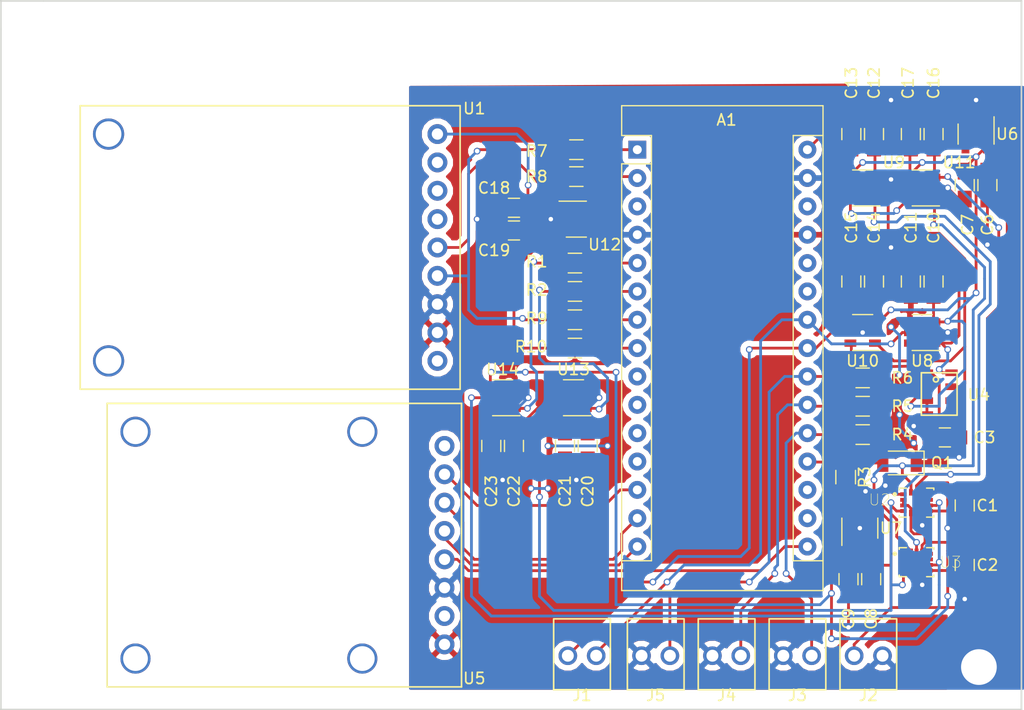
<source format=kicad_pcb>
(kicad_pcb (version 4) (host pcbnew 4.0.7)
  (layers (0 F.Cu signal) (31 B.Cu signal) (34 B.Paste user) (35 F.Paste user) (36 B.SilkS user) (37 F.SilkS user) (38 B.Mask user) (39 F.Mask user) (44 Edge.Cuts user))
  (net 0 "")
  (net 1 GPS_IN)
  (net 2 "Net-(A1-Pad17)")
  (net 3 GPS_OUT)
  (net 4 "Net-(A1-Pad18)")
  (net 5 "Net-(A1-Pad3)")
  (net 6 SIG)
  (net 7 GND)
  (net 8 /Sheet5ABF9899_2/THERM_OUT)
  (net 9 "Net-(A1-Pad5)")
  (net 10 /Sheet5ABF9899/THERM_OUT)
  (net 11 "Net-(A1-Pad6)")
  (net 12 /Sheet5ABF9899_3/THERM_OUT)
  (net 13 "Net-(A1-Pad7)")
  (net 14 SDA_5V)
  (net 15 "Net-(A1-Pad8)")
  (net 16 SCL_5V)
  (net 17 "Net-(A1-Pad9)")
  (net 18 "Net-(A1-Pad25)")
  (net 19 "Net-(A1-Pad10)")
  (net 20 "Net-(A1-Pad26)")
  (net 21 "Net-(A1-Pad11)")
  (net 22 5V)
  (net 23 "Net-(A1-Pad12)")
  (net 24 SS)
  (net 25 MOSI)
  (net 26 7.4V)
  (net 27 MISO)
  (net 28 SLK)
  (net 29 1.8V)
  (net 30 3V)
  (net 31 /ICShifter7/VccA)
  (net 32 INT1_5V)
  (net 33 INT0_5V)
  (net 34 +5V)
  (net 35 "Net-(U1-Pad1)")
  (net 36 /ICShifter7/A)
  (net 37 "Net-(U1-Pad6)")
  (net 38 "Net-(U1-Pad7)")
  (net 39 "Net-(U1-Pad8)")
  (net 40 SDA_1.8V)
  (net 41 SCL_1.8V)
  (net 42 "Net-(U2-Pad11)")
  (net 43 "Net-(U2-Pad10)")
  (net 44 INT1_1.8V)
  (net 45 INT0_1.8V)
  (net 46 "Net-(U3-Pad11)")
  (net 47 "Net-(U3-Pad10)")
  (net 48 "Net-(U4-Pad5)")
  (net 49 "Net-(U4-Pad6)")
  (net 50 SDA_3V)
  (net 51 SCL_3V)
  (net 52 "Net-(U5-Pad2)")
  (net 53 "Net-(U5-Pad8)")
  (net 54 "Net-(U6-Pad3)")
  (net 55 "Net-(U6-Pad4)")
  (net 56 "Net-(U7-Pad1)")
  (net 57 "Net-(U7-Pad3)")
  (net 58 "Net-(A1-Pad1)")
  (net 59 "Net-(A1-Pad2)")
  (module Mounting_Holes:MountingHole_3.2mm_M3 (layer F.Cu) (at 66.04 78.74)
    (fp_text reference REF** hide)
    (fp_text value MountingHole_3.2mm_M3 hide)
    (pad 1 np_thru_hole circle (at 0 0) (size 3.2 3.2) (drill 3.2) (layers *.Cu *.Mask))
  )
  (module Mounting_Holes:MountingHole_3.2mm_M3 (layer F.Cu) (at 66.04 134.62)
    (fp_text reference REF** hide)
    (fp_text value MountingHole_3.2mm_M3 hide)
    (pad 1 np_thru_hole circle (at 0 0) (size 3.2 3.2) (drill 3.2) (layers *.Cu *.Mask))
  )
  (module Mounting_Holes:MountingHole_3.2mm_M3 (layer F.Cu) (at 149.86 134.62)
    (fp_text reference REF** hide)
    (fp_text value MountingHole_3.2mm_M3 hide)
    (pad 1 np_thru_hole circle (at 0 0) (size 3.2 3.2) (drill 3.2) (layers *.Cu *.Mask))
  )
  (module Mounting_Holes:MountingHole_3.2mm_M3 (layer F.Cu) (at 149.86 78.74)
    (fp_text reference REF** hide)
    (fp_text value MountingHole_3.2mm_M3 hide)
    (pad 1 np_thru_hole circle (at 0 0) (size 3.2 3.2) (drill 3.2) (layers *.Cu *.Mask))
  )
  (module arduino:Arduino_Nano (layer F.Cu) (at 119.253 88.265)
    (fp_text reference A1 (at 8.001 -2.667) (layer F.SilkS))
    (fp_text value Arduino_Nano hide)
    (pad 1 thru_hole rect (at 0 0) (size 1.6 1.6) (drill 0.8) (layers *.Cu *.Mask) (net 58 "Net-(A1-Pad1)"))
    (pad 17 thru_hole oval (at 15.24 33.02) (size 1.6 1.6) (drill 0.8) (layers *.Cu *.Mask) (net 2 "Net-(A1-Pad17)"))
    (pad 2 thru_hole oval (at 0 2.54) (size 1.6 1.6) (drill 0.8) (layers *.Cu *.Mask) (net 59 "Net-(A1-Pad2)"))
    (pad 18 thru_hole oval (at 15.24 30.48) (size 1.6 1.6) (drill 0.8) (layers *.Cu *.Mask) (net 4 "Net-(A1-Pad18)"))
    (pad 3 thru_hole oval (at 0 5.08) (size 1.6 1.6) (drill 0.8) (layers *.Cu *.Mask) (net 5 "Net-(A1-Pad3)"))
    (pad 19 thru_hole oval (at 15.24 27.94) (size 1.6 1.6) (drill 0.8) (layers *.Cu *.Mask) (net 6 SIG))
    (pad 4 thru_hole oval (at 0 7.62) (size 1.6 1.6) (drill 0.8) (layers *.Cu *.Mask) (net 7 GND))
    (pad 20 thru_hole oval (at 15.24 25.4) (size 1.6 1.6) (drill 0.8) (layers *.Cu *.Mask) (net 8 /Sheet5ABF9899_2/THERM_OUT))
    (pad 5 thru_hole oval (at 0 10.16) (size 1.6 1.6) (drill 0.8) (layers *.Cu *.Mask) (net 9 "Net-(A1-Pad5)"))
    (pad 21 thru_hole oval (at 15.24 22.86) (size 1.6 1.6) (drill 0.8) (layers *.Cu *.Mask) (net 10 /Sheet5ABF9899/THERM_OUT))
    (pad 6 thru_hole oval (at 0 12.7) (size 1.6 1.6) (drill 0.8) (layers *.Cu *.Mask) (net 11 "Net-(A1-Pad6)"))
    (pad 22 thru_hole oval (at 15.24 20.32) (size 1.6 1.6) (drill 0.8) (layers *.Cu *.Mask) (net 12 /Sheet5ABF9899_3/THERM_OUT))
    (pad 7 thru_hole oval (at 0 15.24) (size 1.6 1.6) (drill 0.8) (layers *.Cu *.Mask) (net 13 "Net-(A1-Pad7)"))
    (pad 23 thru_hole oval (at 15.24 17.78) (size 1.6 1.6) (drill 0.8) (layers *.Cu *.Mask) (net 14 SDA_5V))
    (pad 8 thru_hole oval (at 0 17.78) (size 1.6 1.6) (drill 0.8) (layers *.Cu *.Mask) (net 15 "Net-(A1-Pad8)"))
    (pad 24 thru_hole oval (at 15.24 15.24) (size 1.6 1.6) (drill 0.8) (layers *.Cu *.Mask) (net 16 SCL_5V))
    (pad 9 thru_hole oval (at 0 20.32) (size 1.6 1.6) (drill 0.8) (layers *.Cu *.Mask) (net 17 "Net-(A1-Pad9)"))
    (pad 25 thru_hole oval (at 15.24 12.7) (size 1.6 1.6) (drill 0.8) (layers *.Cu *.Mask) (net 18 "Net-(A1-Pad25)"))
    (pad 10 thru_hole oval (at 0 22.86) (size 1.6 1.6) (drill 0.8) (layers *.Cu *.Mask) (net 19 "Net-(A1-Pad10)"))
    (pad 26 thru_hole oval (at 15.24 10.16) (size 1.6 1.6) (drill 0.8) (layers *.Cu *.Mask) (net 20 "Net-(A1-Pad26)"))
    (pad 11 thru_hole oval (at 0 25.4) (size 1.6 1.6) (drill 0.8) (layers *.Cu *.Mask) (net 21 "Net-(A1-Pad11)"))
    (pad 27 thru_hole oval (at 15.24 7.62) (size 1.6 1.6) (drill 0.8) (layers *.Cu *.Mask) (net 22 5V))
    (pad 12 thru_hole oval (at 0 27.94) (size 1.6 1.6) (drill 0.8) (layers *.Cu *.Mask) (net 23 "Net-(A1-Pad12)"))
    (pad 28 thru_hole oval (at 15.24 5.08) (size 1.6 1.6) (drill 0.8) (layers *.Cu *.Mask))
    (pad 13 thru_hole oval (at 0 30.48) (size 1.6 1.6) (drill 0.8) (layers *.Cu *.Mask) (net 24 SS))
    (pad 29 thru_hole oval (at 15.24 2.54) (size 1.6 1.6) (drill 0.8) (layers *.Cu *.Mask) (net 7 GND))
    (pad 14 thru_hole oval (at 0 33.02) (size 1.6 1.6) (drill 0.8) (layers *.Cu *.Mask) (net 25 MOSI))
    (pad 30 thru_hole oval (at 15.24 0) (size 1.6 1.6) (drill 0.8) (layers *.Cu *.Mask) (net 26 7.4V))
    (pad 15 thru_hole oval (at 0 35.56) (size 1.6 1.6) (drill 0.8) (layers *.Cu *.Mask) (net 27 MISO))
    (pad 16 thru_hole oval (at 15.24 35.56) (size 1.6 1.6) (drill 0.8) (layers *.Cu *.Mask) (net 28 SLK))
  )
  (module Capacitors_SMD:C_0805_HandSoldering (layer F.Cu) (at 148.59 120.142 270)
    (fp_text reference C1 (at 0 -2.032 360) (layer F.SilkS))
    (fp_text value 100nF hide)
    (pad 1 smd rect (at -1.25 0 270) (size 1.5 1.25) (layers F.Cu F.Paste F.Mask) (net 29 1.8V))
    (pad 2 smd rect (at 1.25 0 270) (size 1.5 1.25) (layers F.Cu F.Paste F.Mask) (net 7 GND))
  )
  (module Capacitors_SMD:C_0805_HandSoldering (layer F.Cu) (at 148.59 125.476 270)
    (fp_text reference C2 (at 0 -2.032 360) (layer F.SilkS))
    (fp_text value 100nF hide)
    (pad 1 smd rect (at -1.25 0 270) (size 1.5 1.25) (layers F.Cu F.Paste F.Mask) (net 29 1.8V))
    (pad 2 smd rect (at 1.25 0 270) (size 1.5 1.25) (layers F.Cu F.Paste F.Mask) (net 7 GND))
  )
  (module Capacitors_SMD:C_0805_HandSoldering (layer F.Cu) (at 146.812 114.046)
    (fp_text reference C3 (at 3.556 0) (layer F.SilkS))
    (fp_text value 100nF hide)
    (pad 1 smd rect (at -1.25 0) (size 1.5 1.25) (layers F.Cu F.Paste F.Mask) (net 30 3V))
    (pad 2 smd rect (at 1.25 0) (size 1.5 1.25) (layers F.Cu F.Paste F.Mask) (net 7 GND))
  )
  (module Capacitors_SMD:C_0805_HandSoldering (layer F.Cu) (at 150.622 91.44 270)
    (fp_text reference C6 (at 3.556 0 270) (layer F.SilkS))
    (fp_text value 1uF hide)
    (pad 1 smd rect (at -1.25 0 270) (size 1.5 1.25) (layers F.Cu F.Paste F.Mask) (net 26 7.4V))
    (pad 2 smd rect (at 1.25 0 270) (size 1.5 1.25) (layers F.Cu F.Paste F.Mask) (net 7 GND))
  )
  (module Capacitors_SMD:C_0805_HandSoldering (layer F.Cu) (at 148.59 91.44 270)
    (fp_text reference C7 (at 3.556 -0.254 270) (layer F.SilkS))
    (fp_text value 1uF hide)
    (pad 1 smd rect (at -1.25 0 270) (size 1.5 1.25) (layers F.Cu F.Paste F.Mask) (net 30 3V))
    (pad 2 smd rect (at 1.25 0 270) (size 1.5 1.25) (layers F.Cu F.Paste F.Mask) (net 7 GND))
  )
  (module Capacitors_SMD:C_0805_HandSoldering (layer F.Cu) (at 140.208 126.746 270)
    (fp_text reference C8 (at 3.556 0 270) (layer F.SilkS))
    (fp_text value 0.1uF hide)
    (pad 1 smd rect (at -1.25 0 270) (size 1.5 1.25) (layers F.Cu F.Paste F.Mask) (net 26 7.4V))
    (pad 2 smd rect (at 1.25 0 270) (size 1.5 1.25) (layers F.Cu F.Paste F.Mask) (net 7 GND))
  )
  (module Capacitors_SMD:C_0805_HandSoldering (layer F.Cu) (at 138.176 126.746 270)
    (fp_text reference C9 (at 3.556 0 270) (layer F.SilkS))
    (fp_text value 0.47uF hide)
    (pad 1 smd rect (at -1.25 0 270) (size 1.5 1.25) (layers F.Cu F.Paste F.Mask) (net 29 1.8V))
    (pad 2 smd rect (at 1.25 0 270) (size 1.5 1.25) (layers F.Cu F.Paste F.Mask) (net 7 GND))
  )
  (module Capacitors_SMD:C_0805_HandSoldering (layer F.Cu) (at 145.796 100.076 90)
    (fp_text reference C10 (at 4.826 0 90) (layer F.SilkS))
    (fp_text value .1uF hide)
    (pad 1 smd rect (at -1.25 0 90) (size 1.5 1.25) (layers F.Cu F.Paste F.Mask) (net 30 3V))
    (pad 2 smd rect (at 1.25 0 90) (size 1.5 1.25) (layers F.Cu F.Paste F.Mask) (net 7 GND))
  )
  (module Capacitors_SMD:C_0805_HandSoldering (layer F.Cu) (at 143.764 100.076 90)
    (fp_text reference C11 (at 4.826 0 90) (layer F.SilkS))
    (fp_text value .1uF hide)
    (pad 1 smd rect (at -1.25 0 90) (size 1.5 1.25) (layers F.Cu F.Paste F.Mask) (net 22 5V))
    (pad 2 smd rect (at 1.25 0 90) (size 1.5 1.25) (layers F.Cu F.Paste F.Mask) (net 7 GND))
  )
  (module Capacitors_SMD:C_0805_HandSoldering (layer F.Cu) (at 140.462 86.868 90)
    (fp_text reference C12 (at 4.572 0 90) (layer F.SilkS))
    (fp_text value .1uF hide)
    (pad 1 smd rect (at -1.25 0 90) (size 1.5 1.25) (layers F.Cu F.Paste F.Mask) (net 29 1.8V))
    (pad 2 smd rect (at 1.25 0 90) (size 1.5 1.25) (layers F.Cu F.Paste F.Mask) (net 7 GND))
  )
  (module Capacitors_SMD:C_0805_HandSoldering (layer F.Cu) (at 138.43 86.868 90)
    (fp_text reference C13 (at 4.572 0 90) (layer F.SilkS))
    (fp_text value .1uF hide)
    (pad 1 smd rect (at -1.25 0 90) (size 1.5 1.25) (layers F.Cu F.Paste F.Mask) (net 30 3V))
    (pad 2 smd rect (at 1.25 0 90) (size 1.5 1.25) (layers F.Cu F.Paste F.Mask) (net 7 GND))
  )
  (module Capacitors_SMD:C_0805_HandSoldering (layer F.Cu) (at 140.462 100.076 90)
    (fp_text reference C14 (at 4.826 0 90) (layer F.SilkS))
    (fp_text value .1uF hide)
    (pad 1 smd rect (at -1.25 0 90) (size 1.5 1.25) (layers F.Cu F.Paste F.Mask) (net 30 3V))
    (pad 2 smd rect (at 1.25 0 90) (size 1.5 1.25) (layers F.Cu F.Paste F.Mask) (net 7 GND))
  )
  (module Capacitors_SMD:C_0805_HandSoldering (layer F.Cu) (at 138.43 100.076 90)
    (fp_text reference C15 (at 4.826 0 90) (layer F.SilkS))
    (fp_text value .1uF hide)
    (pad 1 smd rect (at -1.25 0 90) (size 1.5 1.25) (layers F.Cu F.Paste F.Mask) (net 22 5V))
    (pad 2 smd rect (at 1.25 0 90) (size 1.5 1.25) (layers F.Cu F.Paste F.Mask) (net 7 GND))
  )
  (module Capacitors_SMD:C_0805_HandSoldering (layer F.Cu) (at 145.796 86.868 90)
    (fp_text reference C16 (at 4.572 0 90) (layer F.SilkS))
    (fp_text value .1uF hide)
    (pad 1 smd rect (at -1.25 0 90) (size 1.5 1.25) (layers F.Cu F.Paste F.Mask) (net 29 1.8V))
    (pad 2 smd rect (at 1.25 0 90) (size 1.5 1.25) (layers F.Cu F.Paste F.Mask) (net 7 GND))
  )
  (module Capacitors_SMD:C_0805_HandSoldering (layer F.Cu) (at 143.764 86.868 90)
    (fp_text reference C17 (at 4.572 -0.254 90) (layer F.SilkS))
    (fp_text value .1uF hide)
    (pad 1 smd rect (at -1.25 0 90) (size 1.5 1.25) (layers F.Cu F.Paste F.Mask) (net 30 3V))
    (pad 2 smd rect (at 1.25 0 90) (size 1.5 1.25) (layers F.Cu F.Paste F.Mask) (net 7 GND))
  )
  (module Capacitors_SMD:C_0805_HandSoldering (layer F.Cu) (at 108.204 93.472 180)
    (fp_text reference C18 (at 1.778 1.778 180) (layer F.SilkS))
    (fp_text value .1uF hide)
    (pad 1 smd rect (at -1.25 0 180) (size 1.5 1.25) (layers F.Cu F.Paste F.Mask) (net 31 /ICShifter7/VccA))
    (pad 2 smd rect (at 1.25 0 180) (size 1.5 1.25) (layers F.Cu F.Paste F.Mask) (net 7 GND))
  )
  (module Capacitors_SMD:C_0805_HandSoldering (layer F.Cu) (at 108.204 95.504 180)
    (fp_text reference C19 (at 1.778 -1.778 180) (layer F.SilkS))
    (fp_text value .1uF hide)
    (pad 1 smd rect (at -1.25 0 180) (size 1.5 1.25) (layers F.Cu F.Paste F.Mask) (net 22 5V))
    (pad 2 smd rect (at 1.25 0 180) (size 1.5 1.25) (layers F.Cu F.Paste F.Mask) (net 7 GND))
  )
  (module Capacitors_SMD:C_0805_HandSoldering (layer F.Cu) (at 114.808 114.808 270)
    (fp_text reference C20 (at 4.064 0 270) (layer F.SilkS))
    (fp_text value .1uF hide)
    (pad 1 smd rect (at -1.25 0 270) (size 1.5 1.25) (layers F.Cu F.Paste F.Mask) (net 22 5V))
    (pad 2 smd rect (at 1.25 0 270) (size 1.5 1.25) (layers F.Cu F.Paste F.Mask) (net 7 GND))
  )
  (module Capacitors_SMD:C_0805_HandSoldering (layer F.Cu) (at 112.776 114.808 270)
    (fp_text reference C21 (at 4.064 0 270) (layer F.SilkS))
    (fp_text value .1uF hide)
    (pad 1 smd rect (at -1.25 0 270) (size 1.5 1.25) (layers F.Cu F.Paste F.Mask) (net 29 1.8V))
    (pad 2 smd rect (at 1.25 0 270) (size 1.5 1.25) (layers F.Cu F.Paste F.Mask) (net 7 GND))
  )
  (module Capacitors_SMD:C_0805_HandSoldering (layer F.Cu) (at 108.204 114.808 270)
    (fp_text reference C22 (at 4.064 0 270) (layer F.SilkS))
    (fp_text value .1uF hide)
    (pad 1 smd rect (at -1.25 0 270) (size 1.5 1.25) (layers F.Cu F.Paste F.Mask) (net 22 5V))
    (pad 2 smd rect (at 1.25 0 270) (size 1.5 1.25) (layers F.Cu F.Paste F.Mask) (net 7 GND))
  )
  (module Capacitors_SMD:C_0805_HandSoldering (layer F.Cu) (at 106.172 114.808 270)
    (fp_text reference C23 (at 4.064 0 270) (layer F.SilkS))
    (fp_text value .1uF hide)
    (pad 1 smd rect (at -1.25 0 270) (size 1.5 1.25) (layers F.Cu F.Paste F.Mask) (net 29 1.8V))
    (pad 2 smd rect (at 1.25 0 270) (size 1.5 1.25) (layers F.Cu F.Paste F.Mask) (net 7 GND))
  )
  (module molex:molex_kk_22-23-2021 (layer F.Cu) (at 114.3 136.652)
    (fp_text reference J1 (at 0 0.5) (layer F.SilkS))
    (fp_text value Conn_01x02 hide)
    (pad 1 thru_hole circle (at -1.27 -3.048) (size 1.67 1.67) (drill 1.07) (layers *.Cu *.Mask) (net 14 SDA_5V))
    (pad 2 thru_hole circle (at 1.27 -3.048) (size 1.67 1.67) (drill 1.07) (layers *.Cu *.Mask) (net 16 SCL_5V))
  )
  (module molex:molex_kk_22-23-2021 (layer F.Cu) (at 139.954 136.652)
    (fp_text reference J2 (at 0 0.5) (layer F.SilkS))
    (fp_text value Conn_01x02 hide)
    (pad 1 thru_hole circle (at -1.27 -3.048) (size 1.67 1.67) (drill 1.07) (layers *.Cu *.Mask) (net 26 7.4V))
    (pad 2 thru_hole circle (at 1.27 -3.048) (size 1.67 1.67) (drill 1.07) (layers *.Cu *.Mask) (net 7 GND))
  )
  (module molex:molex_kk_22-23-2021 (layer F.Cu) (at 133.604 136.652)
    (fp_text reference J3 (at 0 0.5) (layer F.SilkS))
    (fp_text value Conn_01x02 hide)
    (pad 1 thru_hole circle (at -1.27 -3.048) (size 1.67 1.67) (drill 1.07) (layers *.Cu *.Mask) (net 7 GND))
    (pad 2 thru_hole circle (at 1.27 -3.048) (size 1.67 1.67) (drill 1.07) (layers *.Cu *.Mask) (net 8 /Sheet5ABF9899_2/THERM_OUT))
  )
  (module molex:molex_kk_22-23-2021 (layer F.Cu) (at 127.254 136.652)
    (fp_text reference J4 (at 0 0.5) (layer F.SilkS))
    (fp_text value Conn_01x02 hide)
    (pad 1 thru_hole circle (at -1.27 -3.048) (size 1.67 1.67) (drill 1.07) (layers *.Cu *.Mask) (net 7 GND))
    (pad 2 thru_hole circle (at 1.27 -3.048) (size 1.67 1.67) (drill 1.07) (layers *.Cu *.Mask) (net 10 /Sheet5ABF9899/THERM_OUT))
  )
  (module molex:molex_kk_22-23-2021 (layer F.Cu) (at 120.904 136.652)
    (fp_text reference J5 (at 0 0.5) (layer F.SilkS))
    (fp_text value Conn_01x02 hide)
    (pad 1 thru_hole circle (at -1.27 -3.048) (size 1.67 1.67) (drill 1.07) (layers *.Cu *.Mask) (net 7 GND))
    (pad 2 thru_hole circle (at 1.27 -3.048) (size 1.67 1.67) (drill 1.07) (layers *.Cu *.Mask) (net 12 /Sheet5ABF9899_3/THERM_OUT))
  )
  (module Diodes_SMD:D_1206 (layer F.Cu) (at 142.748 116.332 180)
    (fp_text reference Q1 (at -3.81 0 180) (layer F.SilkS))
    (fp_text value TEMT6000X01 hide)
    (pad 1 smd rect (at -1.5 0 180) (size 1 1.6) (layers F.Cu F.Paste F.Mask) (net 22 5V))
    (pad 2 smd rect (at 1.5 0 180) (size 1 1.6) (layers F.Cu F.Paste F.Mask) (net 6 SIG))
  )
  (module Resistors_SMD:R_0805_HandSoldering (layer F.Cu) (at 113.665 98.425)
    (fp_text reference R1 (at -3.429 -0.127) (layer F.SilkS))
    (fp_text value 0 hide)
    (pad 1 smd rect (at -1.35 0) (size 1.5 1.3) (layers F.Cu F.Paste F.Mask) (net 32 INT1_5V))
    (pad 2 smd rect (at 1.35 0) (size 1.5 1.3) (layers F.Cu F.Paste F.Mask) (net 9 "Net-(A1-Pad5)"))
  )
  (module Resistors_SMD:R_0805_HandSoldering (layer F.Cu) (at 113.665 100.965)
    (fp_text reference R2 (at -3.429 -0.127) (layer F.SilkS))
    (fp_text value 0 hide)
    (pad 1 smd rect (at -1.35 0) (size 1.5 1.3) (layers F.Cu F.Paste F.Mask) (net 33 INT0_5V))
    (pad 2 smd rect (at 1.35 0) (size 1.5 1.3) (layers F.Cu F.Paste F.Mask) (net 11 "Net-(A1-Pad6)"))
  )
  (module Resistors_SMD:R_0805_HandSoldering (layer F.Cu) (at 137.922 117.602 270)
    (fp_text reference R3 (at 0 -1.7 270) (layer F.SilkS))
    (fp_text value 10K hide)
    (pad 1 smd rect (at -1.35 0 270) (size 1.5 1.3) (layers F.Cu F.Paste F.Mask) (net 6 SIG))
    (pad 2 smd rect (at 1.35 0 270) (size 1.5 1.3) (layers F.Cu F.Paste F.Mask) (net 7 GND))
  )
  (module Resistors_SMD:R_0805_HandSoldering (layer F.Cu) (at 139.446 113.792 180)
    (fp_text reference R4 (at -3.556 0 180) (layer F.SilkS))
    (fp_text value R hide)
    (pad 1 smd rect (at -1.35 0 180) (size 1.5 1.3) (layers F.Cu F.Paste F.Mask) (net 34 +5V))
    (pad 2 smd rect (at 1.35 0 180) (size 1.5 1.3) (layers F.Cu F.Paste F.Mask) (net 8 /Sheet5ABF9899_2/THERM_OUT))
  )
  (module Resistors_SMD:R_0805_HandSoldering (layer F.Cu) (at 139.446 111.252 180)
    (fp_text reference R5 (at -3.556 0 180) (layer F.SilkS))
    (fp_text value R hide)
    (pad 1 smd rect (at -1.35 0 180) (size 1.5 1.3) (layers F.Cu F.Paste F.Mask) (net 34 +5V))
    (pad 2 smd rect (at 1.35 0 180) (size 1.5 1.3) (layers F.Cu F.Paste F.Mask) (net 10 /Sheet5ABF9899/THERM_OUT))
  )
  (module Resistors_SMD:R_0805_HandSoldering (layer F.Cu) (at 139.446 108.712 180)
    (fp_text reference R6 (at -3.556 0 180) (layer F.SilkS))
    (fp_text value R hide)
    (pad 1 smd rect (at -1.35 0 180) (size 1.5 1.3) (layers F.Cu F.Paste F.Mask) (net 34 +5V))
    (pad 2 smd rect (at 1.35 0 180) (size 1.5 1.3) (layers F.Cu F.Paste F.Mask) (net 12 /Sheet5ABF9899_3/THERM_OUT))
  )
  (module adafruit:gps746 (layer F.Cu) (at 103.378 97.028 90)
    (fp_text reference U1 (at 12.446 1.27 180) (layer F.SilkS))
    (fp_text value GPS-ADAFRUIT746 hide)
    (pad "" np_thru_hole circle (at -10.16 -31.496 90) (size 2.8 2.8) (drill 2.3) (layers *.Cu *.Mask))
    (pad "" np_thru_hole circle (at 10.16 -31.496 90) (size 2.8 2.8) (drill 2.3) (layers *.Cu *.Mask))
    (pad 1 thru_hole circle (at -10.16 -2.032 90) (size 1.78 1.78) (drill 1.016) (layers *.Cu *.Mask) (net 35 "Net-(U1-Pad1)"))
    (pad 2 thru_hole circle (at -7.62 -2.032 90) (size 1.78 1.78) (drill 1.016) (layers *.Cu *.Mask) (net 22 5V))
    (pad 3 thru_hole circle (at -5.08 -2.032 90) (size 1.78 1.78) (drill 1.016) (layers *.Cu *.Mask) (net 7 GND))
    (pad 4 thru_hole circle (at -2.54 -2.032 90) (size 1.78 1.78) (drill 1.016) (layers *.Cu *.Mask) (net 1 GPS_IN))
    (pad 5 thru_hole circle (at 0 -2.032 90) (size 1.78 1.78) (drill 1.016) (layers *.Cu *.Mask) (net 36 /ICShifter7/A))
    (pad 6 thru_hole circle (at 2.54 -2.032 90) (size 1.78 1.78) (drill 1.016) (layers *.Cu *.Mask) (net 37 "Net-(U1-Pad6)"))
    (pad 7 thru_hole circle (at 5.08 -2.032 90) (size 1.78 1.78) (drill 1.016) (layers *.Cu *.Mask) (net 38 "Net-(U1-Pad7)"))
    (pad 8 thru_hole circle (at 7.62 -2.032 90) (size 1.78 1.78) (drill 1.016) (layers *.Cu *.Mask) (net 39 "Net-(U1-Pad8)"))
    (pad 9 thru_hole circle (at 10.16 -2.032 90) (size 1.78 1.78) (drill 1.016) (layers *.Cu *.Mask) (net 31 /ICShifter7/VccA))
  )
  (module lga:LGA-14 (layer F.Cu) (at 144.272 119.888)
    (fp_text reference U2 (at -3.302 -0.254) (layer F.SilkS) (effects (font (size 1.00238 1.00238) (thickness 0.05))))
    (fp_text value LSM6DS3HTR hide)
    (pad 14 smd rect (at -0.5 -0.925 90) (size 0.58 0.35) (layers F.Cu F.Paste F.Mask) (net 40 SDA_1.8V))
    (pad 13 smd rect (at 0 -0.925 90) (size 0.58 0.35) (layers F.Cu F.Paste F.Mask) (net 41 SCL_1.8V))
    (pad 12 smd rect (at 0.5 -0.925 90) (size 0.58 0.35) (layers F.Cu F.Paste F.Mask) (net 29 1.8V))
    (pad 11 smd rect (at 1.175 -0.75 180) (size 0.58 0.35) (layers F.Cu F.Paste F.Mask) (net 42 "Net-(U2-Pad11)"))
    (pad 10 smd rect (at 1.175 -0.25 180) (size 0.58 0.35) (layers F.Cu F.Paste F.Mask) (net 43 "Net-(U2-Pad10)"))
    (pad 9 smd rect (at 1.175 0.25 180) (size 0.58 0.35) (layers F.Cu F.Paste F.Mask) (net 44 INT1_1.8V))
    (pad 8 smd rect (at 1.175 0.75 180) (size 0.58 0.35) (layers F.Cu F.Paste F.Mask) (net 29 1.8V))
    (pad 5 smd rect (at -0.5 0.925 90) (size 0.58 0.35) (layers F.Cu F.Paste F.Mask) (net 29 1.8V))
    (pad 6 smd rect (at 0 0.925 90) (size 0.58 0.35) (layers F.Cu F.Paste F.Mask) (net 7 GND))
    (pad 7 smd rect (at 0.5 0.925 90) (size 0.58 0.35) (layers F.Cu F.Paste F.Mask) (net 7 GND))
    (pad 1 smd rect (at -1.175 -0.75 180) (size 0.58 0.35) (layers F.Cu F.Paste F.Mask) (net 7 GND))
    (pad 2 smd rect (at -1.175 -0.25 180) (size 0.58 0.35) (layers F.Cu F.Paste F.Mask) (net 29 1.8V))
    (pad 3 smd rect (at -1.175 0.25 180) (size 0.58 0.35) (layers F.Cu F.Paste F.Mask) (net 29 1.8V))
    (pad 4 smd rect (at -1.175 0.75 180) (size 0.58 0.35) (layers F.Cu F.Paste F.Mask) (net 45 INT0_1.8V))
  )
  (module lga:LGA-14 (layer F.Cu) (at 144.272 125.222)
    (fp_text reference U3 (at 3.048 0) (layer F.SilkS) (effects (font (size 1.00238 1.00238) (thickness 0.05))))
    (fp_text value LSM6DS3HTR hide)
    (pad 14 smd rect (at -0.5 -0.925 90) (size 0.58 0.35) (layers F.Cu F.Paste F.Mask) (net 40 SDA_1.8V))
    (pad 13 smd rect (at 0 -0.925 90) (size 0.58 0.35) (layers F.Cu F.Paste F.Mask) (net 41 SCL_1.8V))
    (pad 12 smd rect (at 0.5 -0.925 90) (size 0.58 0.35) (layers F.Cu F.Paste F.Mask) (net 29 1.8V))
    (pad 11 smd rect (at 1.175 -0.75 180) (size 0.58 0.35) (layers F.Cu F.Paste F.Mask) (net 46 "Net-(U3-Pad11)"))
    (pad 10 smd rect (at 1.175 -0.25 180) (size 0.58 0.35) (layers F.Cu F.Paste F.Mask) (net 47 "Net-(U3-Pad10)"))
    (pad 9 smd rect (at 1.175 0.25 180) (size 0.58 0.35) (layers F.Cu F.Paste F.Mask) (net 44 INT1_1.8V))
    (pad 8 smd rect (at 1.175 0.75 180) (size 0.58 0.35) (layers F.Cu F.Paste F.Mask) (net 29 1.8V))
    (pad 5 smd rect (at -0.5 0.925 90) (size 0.58 0.35) (layers F.Cu F.Paste F.Mask) (net 29 1.8V))
    (pad 6 smd rect (at 0 0.925 90) (size 0.58 0.35) (layers F.Cu F.Paste F.Mask) (net 7 GND))
    (pad 7 smd rect (at 0.5 0.925 90) (size 0.58 0.35) (layers F.Cu F.Paste F.Mask) (net 7 GND))
    (pad 1 smd rect (at -1.175 -0.75 180) (size 0.58 0.35) (layers F.Cu F.Paste F.Mask) (net 29 1.8V))
    (pad 2 smd rect (at -1.175 -0.25 180) (size 0.58 0.35) (layers F.Cu F.Paste F.Mask) (net 29 1.8V))
    (pad 3 smd rect (at -1.175 0.25 180) (size 0.58 0.35) (layers F.Cu F.Paste F.Mask) (net 29 1.8V))
    (pad 4 smd rect (at -1.175 0.75 180) (size 0.58 0.35) (layers F.Cu F.Paste F.Mask) (net 45 INT0_1.8V))
  )
  (module SMD:8-SMD (layer F.Cu) (at 146.304 114.554)
    (fp_text reference U4 (at 3.556 -4.318) (layer F.SilkS))
    (fp_text value MS5607-02BA03 hide)
    (pad 1 smd rect (at -1.1 -6.3) (size 1.1 0.6) (layers F.Cu F.Paste F.Mask) (net 30 3V))
    (pad 2 smd rect (at -1.1 -5.05) (size 1.1 0.6) (layers F.Cu F.Paste F.Mask) (net 30 3V))
    (pad 3 smd rect (at -1.1 -3.8) (size 1.1 0.6) (layers F.Cu F.Paste F.Mask) (net 7 GND))
    (pad 4 smd rect (at -1.1 -2.55) (size 1.1 0.6) (layers F.Cu F.Paste F.Mask) (net 7 GND))
    (pad 5 smd rect (at 1.1 -2.55) (size 1.1 0.6) (layers F.Cu F.Paste F.Mask) (net 48 "Net-(U4-Pad5)"))
    (pad 6 smd rect (at 1.1 -3.8) (size 1.1 0.6) (layers F.Cu F.Paste F.Mask) (net 49 "Net-(U4-Pad6)"))
    (pad 7 smd rect (at 1.1 -5.05) (size 1.1 0.6) (layers F.Cu F.Paste F.Mask) (net 50 SDA_3V))
    (pad 8 smd rect (at 1.1 -6.3) (size 1.1 0.6) (layers F.Cu F.Paste F.Mask) (net 51 SCL_3V))
  )
  (module adafruit:adafruit254 (layer F.Cu) (at 87.63 136.398)
    (fp_text reference U5 (at 17.018 -0.762) (layer F.SilkS))
    (fp_text value MicroSD-ADAFRUIT254 hide)
    (pad 1 thru_hole circle (at 14.351 -3.81 90) (size 1.78 1.78) (drill 1.016) (layers *.Cu *.Mask) (net 22 5V))
    (pad 2 thru_hole circle (at 14.351 -6.35 90) (size 1.78 1.78) (drill 1.016) (layers *.Cu *.Mask) (net 52 "Net-(U5-Pad2)"))
    (pad 4 thru_hole circle (at 14.351 -11.43 90) (size 1.78 1.78) (drill 1.016) (layers *.Cu *.Mask) (net 28 SLK))
    (pad 3 thru_hole circle (at 14.351 -8.89 90) (size 1.78 1.78) (drill 1.016) (layers *.Cu *.Mask) (net 7 GND))
    (pad 5 thru_hole circle (at 14.351 -13.97 90) (size 1.78 1.78) (drill 1.016) (layers *.Cu *.Mask) (net 27 MISO))
    (pad 6 thru_hole circle (at 14.351 -16.51 90) (size 1.78 1.78) (drill 1.016) (layers *.Cu *.Mask) (net 25 MOSI))
    (pad 7 thru_hole circle (at 14.351 -19.05 90) (size 1.78 1.78) (drill 1.016) (layers *.Cu *.Mask) (net 24 SS))
    (pad 8 thru_hole circle (at 14.351 -21.59 90) (size 1.78 1.78) (drill 1.016) (layers *.Cu *.Mask) (net 53 "Net-(U5-Pad8)"))
    (pad "" np_thru_hole circle (at -13.335 -22.86) (size 2.7 2.7) (drill 2.22) (layers *.Cu *.Mask))
    (pad "" np_thru_hole circle (at -13.335 -2.54) (size 2.7 2.7) (drill 2.22) (layers *.Cu *.Mask))
    (pad "" np_thru_hole circle (at 6.985 -2.54) (size 2.7 2.7) (drill 2.22) (layers *.Cu *.Mask))
    (pad "" np_thru_hole circle (at 6.985 -22.86) (size 2.7 2.7) (drill 2.22) (layers *.Cu *.Mask))
  )
  (module sot:SOT-23-5 (layer F.Cu) (at 149.606 86.868 270)
    (fp_text reference U6 (at 0 -2.794 360) (layer F.SilkS))
    (fp_text value XC6201P302MR-G hide)
    (pad 1 smd rect (at -1.2 -0.95 270) (size 1.06 0.7) (layers F.Cu F.Paste F.Mask) (net 26 7.4V))
    (pad 2 smd rect (at -1.2 0 270) (size 1.06 0.7) (layers F.Cu F.Paste F.Mask) (net 7 GND))
    (pad 3 smd rect (at -1.2 0.95 270) (size 1.06 0.7) (layers F.Cu F.Paste F.Mask) (net 54 "Net-(U6-Pad3)"))
    (pad 4 smd rect (at 1.2 0.95 270) (size 1.06 0.7) (layers F.Cu F.Paste F.Mask) (net 55 "Net-(U6-Pad4)"))
    (pad 5 smd rect (at 1.2 -0.95 270) (size 1.06 0.7) (layers F.Cu F.Paste F.Mask) (net 30 3V))
  )
  (module sot:SOT-23-5 (layer F.Cu) (at 139.192 122.174 90)
    (fp_text reference U7 (at 0 2.794 180) (layer F.SilkS))
    (fp_text value TPS71518DCKR hide)
    (pad 1 smd rect (at -1.2 -0.95 90) (size 1.06 0.7) (layers F.Cu F.Paste F.Mask) (net 56 "Net-(U7-Pad1)"))
    (pad 2 smd rect (at -1.2 0 90) (size 1.06 0.7) (layers F.Cu F.Paste F.Mask) (net 7 GND))
    (pad 3 smd rect (at -1.2 0.95 90) (size 1.06 0.7) (layers F.Cu F.Paste F.Mask) (net 57 "Net-(U7-Pad3)"))
    (pad 4 smd rect (at 1.2 0.95 90) (size 1.06 0.7) (layers F.Cu F.Paste F.Mask) (net 26 7.4V))
    (pad 5 smd rect (at 1.2 -0.95 90) (size 1.06 0.7) (layers F.Cu F.Paste F.Mask) (net 29 1.8V))
  )
  (module sot:SOT-23-6 (layer F.Cu) (at 144.78 104.648 180)
    (fp_text reference U8 (at 0 -2.54 180) (layer F.SilkS))
    (fp_text value PI4ULS5V201TAEX hide)
    (pad 1 smd rect (at -1.1 -0.95 180) (size 1.06 0.65) (layers F.Cu F.Paste F.Mask) (net 51 SCL_3V))
    (pad 2 smd rect (at -1.1 0 180) (size 1.06 0.65) (layers F.Cu F.Paste F.Mask) (net 7 GND))
    (pad 3 smd rect (at -1.1 0.95 180) (size 1.06 0.65) (layers F.Cu F.Paste F.Mask) (net 30 3V))
    (pad 4 smd rect (at 1.1 0.95 180) (size 1.06 0.65) (layers F.Cu F.Paste F.Mask) (net 22 5V))
    (pad 6 smd rect (at 1.1 -0.95 180) (size 1.06 0.65) (layers F.Cu F.Paste F.Mask) (net 30 3V))
    (pad 5 smd rect (at 1.1 0 180) (size 1.06 0.65) (layers F.Cu F.Paste F.Mask) (net 16 SCL_5V))
  )
  (module sot:SOT-23-6 (layer F.Cu) (at 139.446 91.694 180)
    (fp_text reference U9 (at -2.794 2.286 180) (layer F.SilkS))
    (fp_text value PI4ULS5V201TAEX hide)
    (pad 1 smd rect (at -1.1 -0.95 180) (size 1.06 0.65) (layers F.Cu F.Paste F.Mask) (net 41 SCL_1.8V))
    (pad 2 smd rect (at -1.1 0 180) (size 1.06 0.65) (layers F.Cu F.Paste F.Mask) (net 7 GND))
    (pad 3 smd rect (at -1.1 0.95 180) (size 1.06 0.65) (layers F.Cu F.Paste F.Mask) (net 29 1.8V))
    (pad 4 smd rect (at 1.1 0.95 180) (size 1.06 0.65) (layers F.Cu F.Paste F.Mask) (net 30 3V))
    (pad 6 smd rect (at 1.1 -0.95 180) (size 1.06 0.65) (layers F.Cu F.Paste F.Mask) (net 29 1.8V))
    (pad 5 smd rect (at 1.1 0 180) (size 1.06 0.65) (layers F.Cu F.Paste F.Mask) (net 51 SCL_3V))
  )
  (module sot:SOT-23-6 (layer F.Cu) (at 139.446 104.648 180)
    (fp_text reference U10 (at 0 -2.54 180) (layer F.SilkS))
    (fp_text value PI4ULS5V201TAEX hide)
    (pad 1 smd rect (at -1.1 -0.95 180) (size 1.06 0.65) (layers F.Cu F.Paste F.Mask) (net 50 SDA_3V))
    (pad 2 smd rect (at -1.1 0 180) (size 1.06 0.65) (layers F.Cu F.Paste F.Mask) (net 7 GND))
    (pad 3 smd rect (at -1.1 0.95 180) (size 1.06 0.65) (layers F.Cu F.Paste F.Mask) (net 30 3V))
    (pad 4 smd rect (at 1.1 0.95 180) (size 1.06 0.65) (layers F.Cu F.Paste F.Mask) (net 22 5V))
    (pad 6 smd rect (at 1.1 -0.95 180) (size 1.06 0.65) (layers F.Cu F.Paste F.Mask) (net 30 3V))
    (pad 5 smd rect (at 1.1 0 180) (size 1.06 0.65) (layers F.Cu F.Paste F.Mask) (net 14 SDA_5V))
  )
  (module sot:SOT-23-6 (layer F.Cu) (at 144.78 91.694 180)
    (fp_text reference U11 (at -3.302 2.286 180) (layer F.SilkS))
    (fp_text value PI4ULS5V201TAEX hide)
    (pad 1 smd rect (at -1.1 -0.95 180) (size 1.06 0.65) (layers F.Cu F.Paste F.Mask) (net 40 SDA_1.8V))
    (pad 2 smd rect (at -1.1 0 180) (size 1.06 0.65) (layers F.Cu F.Paste F.Mask) (net 7 GND))
    (pad 3 smd rect (at -1.1 0.95 180) (size 1.06 0.65) (layers F.Cu F.Paste F.Mask) (net 29 1.8V))
    (pad 4 smd rect (at 1.1 0.95 180) (size 1.06 0.65) (layers F.Cu F.Paste F.Mask) (net 30 3V))
    (pad 6 smd rect (at 1.1 -0.95 180) (size 1.06 0.65) (layers F.Cu F.Paste F.Mask) (net 29 1.8V))
    (pad 5 smd rect (at 1.1 0 180) (size 1.06 0.65) (layers F.Cu F.Paste F.Mask) (net 50 SDA_3V))
  )
  (module sot:SOT-23-6 (layer F.Cu) (at 113.792 94.488)
    (fp_text reference U12 (at 2.54 2.286 180) (layer F.SilkS))
    (fp_text value PI4ULS5V201TAEX hide)
    (pad 1 smd rect (at -1.1 -0.95) (size 1.06 0.65) (layers F.Cu F.Paste F.Mask) (net 36 /ICShifter7/A))
    (pad 2 smd rect (at -1.1 0) (size 1.06 0.65) (layers F.Cu F.Paste F.Mask) (net 7 GND))
    (pad 3 smd rect (at -1.1 0.95) (size 1.06 0.65) (layers F.Cu F.Paste F.Mask) (net 31 /ICShifter7/VccA))
    (pad 4 smd rect (at 1.1 0.95) (size 1.06 0.65) (layers F.Cu F.Paste F.Mask) (net 22 5V))
    (pad 6 smd rect (at 1.1 -0.95) (size 1.06 0.65) (layers F.Cu F.Paste F.Mask) (net 31 /ICShifter7/VccA))
    (pad 5 smd rect (at 1.1 0) (size 1.06 0.65) (layers F.Cu F.Paste F.Mask) (net 3 GPS_OUT))
  )
  (module sot:SOT-23-6 (layer F.Cu) (at 113.538 110.49 180)
    (fp_text reference U13 (at 0 2.54 180) (layer F.SilkS))
    (fp_text value PI4ULS5V201TAEX hide)
    (pad 1 smd rect (at -1.1 -0.95 180) (size 1.06 0.65) (layers F.Cu F.Paste F.Mask) (net 33 INT0_5V))
    (pad 2 smd rect (at -1.1 0 180) (size 1.06 0.65) (layers F.Cu F.Paste F.Mask) (net 7 GND))
    (pad 3 smd rect (at -1.1 0.95 180) (size 1.06 0.65) (layers F.Cu F.Paste F.Mask) (net 22 5V))
    (pad 4 smd rect (at 1.1 0.95 180) (size 1.06 0.65) (layers F.Cu F.Paste F.Mask) (net 29 1.8V))
    (pad 6 smd rect (at 1.1 -0.95 180) (size 1.06 0.65) (layers F.Cu F.Paste F.Mask) (net 22 5V))
    (pad 5 smd rect (at 1.1 0 180) (size 1.06 0.65) (layers F.Cu F.Paste F.Mask) (net 45 INT0_1.8V))
  )
  (module sot:SOT-23-6 (layer F.Cu) (at 107.188 110.49 180)
    (fp_text reference U14 (at 0 2.54 180) (layer F.SilkS))
    (fp_text value PI4ULS5V201TAEX hide)
    (pad 1 smd rect (at -1.1 -0.95 180) (size 1.06 0.65) (layers F.Cu F.Paste F.Mask) (net 32 INT1_5V))
    (pad 2 smd rect (at -1.1 0 180) (size 1.06 0.65) (layers F.Cu F.Paste F.Mask) (net 7 GND))
    (pad 3 smd rect (at -1.1 0.95 180) (size 1.06 0.65) (layers F.Cu F.Paste F.Mask) (net 22 5V))
    (pad 4 smd rect (at 1.1 0.95 180) (size 1.06 0.65) (layers F.Cu F.Paste F.Mask) (net 29 1.8V))
    (pad 6 smd rect (at 1.1 -0.95 180) (size 1.06 0.65) (layers F.Cu F.Paste F.Mask) (net 22 5V))
    (pad 5 smd rect (at 1.1 0 180) (size 1.06 0.65) (layers F.Cu F.Paste F.Mask) (net 44 INT1_1.8V))
  )
  (module Resistors_SMD:R_0805_HandSoldering (layer F.Cu) (at 113.792 88.265)
    (fp_text reference R7 (at -3.556 0.127) (layer F.SilkS))
    (fp_text value 0 hide)
    (pad 1 smd rect (at -1.35 0) (size 1.5 1.3) (layers F.Cu F.Paste F.Mask) (net 1 GPS_IN))
    (pad 2 smd rect (at 1.35 0) (size 1.5 1.3) (layers F.Cu F.Paste F.Mask) (net 58 "Net-(A1-Pad1)"))
  )
  (module Resistors_SMD:R_0805_HandSoldering (layer F.Cu) (at 113.792 90.678)
    (fp_text reference R8 (at -3.556 0) (layer F.SilkS))
    (fp_text value 0 hide)
    (pad 1 smd rect (at -1.35 0) (size 1.5 1.3) (layers F.Cu F.Paste F.Mask) (net 3 GPS_OUT))
    (pad 2 smd rect (at 1.35 0) (size 1.5 1.3) (layers F.Cu F.Paste F.Mask) (net 59 "Net-(A1-Pad2)"))
  )
  (module Resistors_SMD:R_0805_HandSoldering (layer F.Cu) (at 113.665 103.505)
    (fp_text reference R9 (at -3.429 -0.127) (layer F.SilkS))
    (fp_text value 0 hide)
    (pad 1 smd rect (at -1.35 0) (size 1.5 1.3) (layers F.Cu F.Paste F.Mask) (net 1 GPS_IN))
    (pad 2 smd rect (at 1.35 0) (size 1.5 1.3) (layers F.Cu F.Paste F.Mask) (net 13 "Net-(A1-Pad7)"))
  )
  (module Resistors_SMD:R_0805_HandSoldering (layer F.Cu) (at 113.665 106.045)
    (fp_text reference R10 (at -3.937 -0.127) (layer F.SilkS))
    (fp_text value 0 hide)
    (pad 1 smd rect (at -1.35 0) (size 1.5 1.3) (layers F.Cu F.Paste F.Mask) (net 3 GPS_OUT))
    (pad 2 smd rect (at 1.35 0) (size 1.5 1.3) (layers F.Cu F.Paste F.Mask) (net 15 "Net-(A1-Pad8)"))
  )
  (gr_line (start 153.67 74.93) (end 66.04 74.93) (angle 90) (layer Edge.Cuts) (width 0.15))
  (gr_line (start 153.67 138.43) (end 62.23 138.43) (angle 90) (layer Edge.Cuts) (width 0.15))
  (gr_line (start 153.67 74.93) (end 153.67 138.43) (angle 90) (layer Edge.Cuts) (width 0.15))
  (gr_line (start 62.23 74.93) (end 66.04 74.93) (angle 90) (layer Edge.Cuts) (width 0.15))
  (gr_line (start 62.23 77.47) (end 62.23 74.93) (angle 90) (layer Edge.Cuts) (width 0.15))
  (gr_line (start 62.23 138.43) (end 62.23 77.47) (angle 90) (layer Edge.Cuts) (width 0.15))
  (segment (start 101.346 99.568) (end 104.14 99.568) (width 0.25) (layer B.Cu) (net 1))
  (via (at 104.902 88.392) (size 0.6) (drill 0.4) (layers F.Cu B.Cu) (net 1))
  (segment (start 104.14 89.154) (end 104.902 88.392) (width 0.25) (layer B.Cu) (net 1))
  (segment (start 104.902 88.392) (end 104.902 88.392) (width 0.25) (layer B.Cu) (net 1))
  (segment (start 104.14 99.568) (end 104.14 89.154) (width 0.25) (layer B.Cu) (net 1))
  (segment (start 105.029 88.265) (end 112.442 88.265) (width 0.25) (layer F.Cu) (net 1))
  (segment (start 104.902 88.392) (end 105.029 88.265) (width 0.25) (layer F.Cu) (net 1))
  (segment (start 104.14 99.568) (end 104.14 102.616) (width 0.25) (layer B.Cu) (net 1))
  (segment (start 109.093 103.505) (end 112.315 103.505) (width 0.25) (layer F.Cu) (net 1))
  (segment (start 108.966 103.378) (end 109.093 103.505) (width 0.25) (layer F.Cu) (net 1))
  (via (at 108.966 103.378) (size 0.6) (drill 0.4) (layers F.Cu B.Cu) (net 1))
  (segment (start 104.902 103.378) (end 108.966 103.378) (width 0.25) (layer B.Cu) (net 1))
  (segment (start 104.14 102.616) (end 104.902 103.378) (width 0.25) (layer B.Cu) (net 1))
  (segment (start 108.204 99.06) (end 110.236 97.028) (width 0.25) (layer F.Cu) (net 3))
  (segment (start 114.892 94.488) (end 116.078 94.488) (width 0.25) (layer F.Cu) (net 3))
  (segment (start 116.078 94.488) (end 116.586 93.98) (width 0.25) (layer F.Cu) (net 3))
  (segment (start 113.284 92.202) (end 112.442 91.36) (width 0.25) (layer F.Cu) (net 3))
  (segment (start 116.586 92.202) (end 113.284 92.202) (width 0.25) (layer F.Cu) (net 3))
  (segment (start 116.586 93.98) (end 116.586 92.202) (width 0.25) (layer F.Cu) (net 3))
  (segment (start 112.442 91.36) (end 112.442 90.805) (width 0.25) (layer F.Cu) (net 3))
  (segment (start 108.839 106.045) (end 112.315 106.045) (width 0.25) (layer F.Cu) (net 3))
  (segment (start 108.204 105.41) (end 108.839 106.045) (width 0.25) (layer F.Cu) (net 3))
  (segment (start 108.204 99.06) (end 108.204 105.41) (width 0.25) (layer F.Cu) (net 3))
  (segment (start 116.586 97.028) (end 110.236 97.028) (width 0.25) (layer F.Cu) (net 3))
  (segment (start 116.586 94.996) (end 116.586 97.028) (width 0.25) (layer F.Cu) (net 3))
  (segment (start 116.078 94.488) (end 116.586 94.996) (width 0.25) (layer F.Cu) (net 3))
  (segment (start 112.4166 90.8304) (end 112.442 90.805) (width 0.25) (layer F.Cu) (net 3))
  (segment (start 137.922 116.252) (end 134.54 116.252) (width 0.25) (layer F.Cu) (net 6))
  (segment (start 134.54 116.252) (end 134.493 116.205) (width 0.25) (layer F.Cu) (net 6))
  (segment (start 141.248 116.332) (end 138.002 116.332) (width 0.25) (layer F.Cu) (net 6))
  (segment (start 138.002 116.332) (end 137.922 116.252) (width 0.25) (layer F.Cu) (net 6))
  (segment (start 145.204 112.004) (end 144.028 113.02) (width 0.25) (layer F.Cu) (net 7))
  (segment (start 144.028 113.02) (end 144.018 113.03) (width 0.25) (layer F.Cu) (net 7))
  (via (at 144.018 113.03) (size 0.6) (drill 0.4) (layers F.Cu B.Cu) (net 7))
  (segment (start 145.204 110.754) (end 145.204 112.004) (width 0.25) (layer F.Cu) (net 7))
  (segment (start 140.546 104.648) (end 139.446 104.648) (width 0.25) (layer F.Cu) (net 7))
  (via (at 139.446 104.648) (size 0.6) (drill 0.4) (layers F.Cu B.Cu) (net 7))
  (segment (start 143.097 119.138) (end 142.252 119.138) (width 0.25) (layer F.Cu) (net 7))
  (segment (start 142.252 119.138) (end 141.478 118.364) (width 0.25) (layer F.Cu) (net 7))
  (via (at 141.478 118.364) (size 0.6) (drill 0.4) (layers F.Cu B.Cu) (net 7))
  (segment (start 148.59 121.392) (end 147.848 121.392) (width 0.25) (layer F.Cu) (net 7))
  (segment (start 147.848 121.392) (end 147.066 122.174) (width 0.25) (layer F.Cu) (net 7))
  (via (at 147.066 122.174) (size 0.6) (drill 0.4) (layers F.Cu B.Cu) (net 7))
  (segment (start 148.59 126.726) (end 148.59 128.524) (width 0.25) (layer F.Cu) (net 7))
  (via (at 148.59 128.524) (size 0.6) (drill 0.4) (layers F.Cu B.Cu) (net 7))
  (segment (start 107.188 112.776) (end 107.188 117.856) (width 0.25) (layer B.Cu) (net 7))
  (segment (start 109.474 110.49) (end 108.458 111.506) (width 0.25) (layer B.Cu) (net 7))
  (segment (start 108.458 111.506) (end 107.188 112.776) (width 0.25) (layer B.Cu) (net 7))
  (segment (start 108.288 110.49) (end 109.474 110.49) (width 0.25) (layer F.Cu) (net 7))
  (segment (start 115.824 110.49) (end 114.808 111.506) (width 0.25) (layer B.Cu) (net 7))
  (segment (start 114.808 111.506) (end 111.506 111.506) (width 0.25) (layer B.Cu) (net 7))
  (segment (start 111.506 111.506) (end 110.49 112.522) (width 0.25) (layer B.Cu) (net 7))
  (segment (start 112.776 116.058) (end 112.776 116.84) (width 0.25) (layer F.Cu) (net 7))
  (segment (start 112.776 116.84) (end 113.792 117.856) (width 0.25) (layer F.Cu) (net 7))
  (segment (start 114.808 116.058) (end 114.808 116.84) (width 0.25) (layer F.Cu) (net 7))
  (segment (start 114.808 116.84) (end 113.792 117.856) (width 0.25) (layer F.Cu) (net 7))
  (segment (start 114.808 116.058) (end 114.808 116.586) (width 0.25) (layer F.Cu) (net 7))
  (segment (start 110.49 112.522) (end 110.49 116.332) (width 0.25) (layer B.Cu) (net 7))
  (segment (start 110.49 116.332) (end 112.014 117.856) (width 0.25) (layer B.Cu) (net 7))
  (segment (start 112.014 117.856) (end 113.792 117.856) (width 0.25) (layer B.Cu) (net 7))
  (via (at 109.474 110.49) (size 0.6) (drill 0.4) (layers F.Cu B.Cu) (net 7))
  (segment (start 108.204 116.058) (end 108.204 116.84) (width 0.25) (layer F.Cu) (net 7))
  (segment (start 106.172 116.84) (end 107.188 117.856) (width 0.25) (layer F.Cu) (net 7))
  (via (at 107.188 117.856) (size 0.6) (drill 0.4) (layers F.Cu B.Cu) (net 7))
  (segment (start 106.172 116.84) (end 106.172 116.058) (width 0.25) (layer F.Cu) (net 7))
  (segment (start 108.204 116.84) (end 107.188 117.856) (width 0.25) (layer F.Cu) (net 7))
  (segment (start 138.176 127.996) (end 138.176 129.286) (width 0.25) (layer F.Cu) (net 7))
  (via (at 138.176 131.064) (size 0.6) (drill 0.4) (layers F.Cu B.Cu) (net 7))
  (segment (start 138.176 129.286) (end 138.176 131.064) (width 0.25) (layer F.Cu) (net 7))
  (segment (start 138.176 127.996) (end 140.208 127.996) (width 0.25) (layer F.Cu) (net 7))
  (segment (start 144.772 126.147) (end 144.772 127.246) (width 0.25) (layer F.Cu) (net 7))
  (via (at 144.78 127.254) (size 0.6) (drill 0.4) (layers F.Cu B.Cu) (net 7))
  (segment (start 144.772 127.246) (end 144.78 127.254) (width 0.25) (layer F.Cu) (net 7))
  (segment (start 144.272 126.147) (end 144.772 126.147) (width 0.25) (layer F.Cu) (net 7))
  (segment (start 148.062 114.046) (end 148.062 115.804) (width 0.25) (layer F.Cu) (net 7))
  (via (at 148.082 115.824) (size 0.6) (drill 0.4) (layers F.Cu B.Cu) (net 7))
  (segment (start 148.062 115.804) (end 148.082 115.824) (width 0.25) (layer F.Cu) (net 7))
  (segment (start 150.622 92.69) (end 150.622 96.774) (width 0.25) (layer F.Cu) (net 7))
  (via (at 150.622 96.774) (size 0.6) (drill 0.4) (layers F.Cu B.Cu) (net 7))
  (segment (start 148.59 92.69) (end 148.062 92.69) (width 0.25) (layer F.Cu) (net 7))
  (segment (start 148.062 92.69) (end 147.066 91.694) (width 0.25) (layer F.Cu) (net 7))
  (segment (start 145.88 91.694) (end 147.066 91.694) (width 0.25) (layer F.Cu) (net 7))
  (segment (start 147.066 91.694) (end 146.812 91.694) (width 0.25) (layer B.Cu) (net 7))
  (via (at 147.066 91.694) (size 0.6) (drill 0.4) (layers F.Cu B.Cu) (net 7))
  (segment (start 140.546 91.694) (end 141.224 91.694) (width 0.25) (layer F.Cu) (net 7))
  (via (at 141.986 90.932) (size 0.6) (drill 0.4) (layers F.Cu B.Cu) (net 7))
  (segment (start 141.224 91.694) (end 141.986 90.932) (width 0.25) (layer F.Cu) (net 7))
  (segment (start 144.772 120.813) (end 144.772 121.912) (width 0.25) (layer F.Cu) (net 7))
  (via (at 144.78 121.92) (size 0.6) (drill 0.4) (layers F.Cu B.Cu) (net 7))
  (segment (start 144.772 121.912) (end 144.78 121.92) (width 0.25) (layer F.Cu) (net 7))
  (segment (start 144.272 120.813) (end 144.772 120.813) (width 0.25) (layer F.Cu) (net 7))
  (segment (start 145.204 110.754) (end 144.77 110.754) (width 0.25) (layer F.Cu) (net 7))
  (via (at 113.792 117.856) (size 0.6) (drill 0.4) (layers F.Cu B.Cu) (net 7))
  (segment (start 114.638 110.49) (end 115.824 110.49) (width 0.25) (layer F.Cu) (net 7))
  (via (at 115.824 110.49) (size 0.6) (drill 0.4) (layers F.Cu B.Cu) (net 7))
  (segment (start 139.192 123.374) (end 139.192 122.174) (width 0.25) (layer F.Cu) (net 7))
  (via (at 139.192 122.174) (size 0.6) (drill 0.4) (layers F.Cu B.Cu) (net 7))
  (segment (start 137.922 118.952) (end 139.62 118.952) (width 0.25) (layer F.Cu) (net 7))
  (via (at 139.7 118.872) (size 0.6) (drill 0.4) (layers F.Cu B.Cu) (net 7))
  (segment (start 139.62 118.952) (end 139.7 118.872) (width 0.25) (layer F.Cu) (net 7))
  (segment (start 149.606 85.668) (end 149.606 83.82) (width 0.25) (layer F.Cu) (net 7))
  (via (at 149.606 83.82) (size 0.6) (drill 0.4) (layers F.Cu B.Cu) (net 7))
  (segment (start 145.796 85.618) (end 145.796 84.328) (width 0.25) (layer F.Cu) (net 7))
  (segment (start 145.288 83.82) (end 143.256 83.82) (width 0.25) (layer F.Cu) (net 7))
  (segment (start 145.796 84.328) (end 145.288 83.82) (width 0.25) (layer F.Cu) (net 7))
  (segment (start 143.764 85.618) (end 143.764 84.328) (width 0.25) (layer F.Cu) (net 7))
  (segment (start 143.764 84.328) (end 143.256 83.82) (width 0.25) (layer F.Cu) (net 7))
  (segment (start 143.256 83.82) (end 143.002 83.82) (width 0.25) (layer F.Cu) (net 7))
  (segment (start 141.986 83.82) (end 141.224 83.82) (width 0.25) (layer F.Cu) (net 7))
  (via (at 141.986 83.82) (size 0.6) (drill 0.4) (layers F.Cu B.Cu) (net 7))
  (segment (start 143.002 83.82) (end 141.986 83.82) (width 0.25) (layer F.Cu) (net 7))
  (segment (start 138.43 85.618) (end 138.43 84.328) (width 0.25) (layer F.Cu) (net 7))
  (segment (start 138.938 83.82) (end 141.224 83.82) (width 0.25) (layer F.Cu) (net 7))
  (segment (start 138.43 84.328) (end 138.938 83.82) (width 0.25) (layer F.Cu) (net 7))
  (segment (start 140.462 85.618) (end 140.462 84.328) (width 0.25) (layer F.Cu) (net 7))
  (segment (start 140.97 83.82) (end 141.224 83.82) (width 0.25) (layer F.Cu) (net 7))
  (segment (start 140.462 84.328) (end 140.97 83.82) (width 0.25) (layer F.Cu) (net 7))
  (segment (start 145.88 104.648) (end 147.066 104.648) (width 0.25) (layer F.Cu) (net 7))
  (via (at 147.066 104.648) (size 0.6) (drill 0.4) (layers F.Cu B.Cu) (net 7))
  (segment (start 138.43 98.826) (end 138.43 97.536) (width 0.25) (layer F.Cu) (net 7))
  (segment (start 138.938 97.028) (end 141.986 97.028) (width 0.25) (layer F.Cu) (net 7))
  (segment (start 138.43 97.536) (end 138.938 97.028) (width 0.25) (layer F.Cu) (net 7))
  (segment (start 145.796 98.826) (end 145.796 97.536) (width 0.25) (layer F.Cu) (net 7))
  (segment (start 145.288 97.028) (end 143.256 97.028) (width 0.25) (layer F.Cu) (net 7))
  (segment (start 145.796 97.536) (end 145.288 97.028) (width 0.25) (layer F.Cu) (net 7))
  (segment (start 143.764 98.826) (end 143.764 97.536) (width 0.25) (layer F.Cu) (net 7))
  (segment (start 143.256 97.028) (end 141.986 97.028) (width 0.25) (layer F.Cu) (net 7))
  (segment (start 143.764 97.536) (end 143.256 97.028) (width 0.25) (layer F.Cu) (net 7))
  (segment (start 140.462 98.826) (end 140.462 97.536) (width 0.25) (layer F.Cu) (net 7))
  (segment (start 141.986 97.028) (end 141.732 97.028) (width 0.25) (layer B.Cu) (net 7))
  (via (at 141.986 97.028) (size 0.6) (drill 0.4) (layers F.Cu B.Cu) (net 7))
  (segment (start 140.97 97.028) (end 141.986 97.028) (width 0.25) (layer F.Cu) (net 7))
  (segment (start 140.462 97.536) (end 140.97 97.028) (width 0.25) (layer F.Cu) (net 7))
  (segment (start 106.954 95.504) (end 105.918 95.504) (width 0.25) (layer F.Cu) (net 7))
  (segment (start 105.918 93.472) (end 104.902 94.488) (width 0.25) (layer F.Cu) (net 7))
  (via (at 104.902 94.488) (size 0.6) (drill 0.4) (layers F.Cu B.Cu) (net 7))
  (segment (start 105.918 93.472) (end 106.954 93.472) (width 0.25) (layer F.Cu) (net 7))
  (segment (start 105.918 95.504) (end 104.902 94.488) (width 0.25) (layer F.Cu) (net 7))
  (segment (start 112.692 94.488) (end 111.506 94.488) (width 0.25) (layer F.Cu) (net 7))
  (via (at 111.506 94.488) (size 0.6) (drill 0.4) (layers F.Cu B.Cu) (net 7))
  (segment (start 134.874 133.604) (end 134.874 128.524) (width 0.25) (layer F.Cu) (net 8))
  (segment (start 133.477 113.665) (end 134.493 113.665) (width 0.25) (layer B.Cu) (net 8))
  (segment (start 132.588 114.554) (end 133.477 113.665) (width 0.25) (layer B.Cu) (net 8))
  (segment (start 132.588 126.238) (end 132.588 114.554) (width 0.25) (layer B.Cu) (net 8))
  (via (at 132.588 126.238) (size 0.6) (drill 0.4) (layers F.Cu B.Cu) (net 8))
  (segment (start 134.874 128.524) (end 132.588 126.238) (width 0.25) (layer F.Cu) (net 8))
  (segment (start 134.366 113.792) (end 134.493 113.665) (width 0.25) (layer B.Cu) (net 8))
  (segment (start 138.096 113.792) (end 134.62 113.792) (width 0.25) (layer F.Cu) (net 8))
  (segment (start 134.62 113.792) (end 134.493 113.665) (width 0.25) (layer F.Cu) (net 8))
  (segment (start 119.253 98.425) (end 115.015 98.425) (width 0.25) (layer F.Cu) (net 9))
  (segment (start 131.572 126.238) (end 131.572 125.73) (width 0.25) (layer B.Cu) (net 10))
  (segment (start 131.572 125.73) (end 131.826 125.476) (width 0.25) (layer B.Cu) (net 10))
  (segment (start 128.524 133.604) (end 128.524 129.54) (width 0.25) (layer F.Cu) (net 10))
  (segment (start 132.715 111.125) (end 134.493 111.125) (width 0.25) (layer B.Cu) (net 10))
  (segment (start 131.826 112.014) (end 132.715 111.125) (width 0.25) (layer B.Cu) (net 10))
  (segment (start 131.826 125.476) (end 131.826 112.014) (width 0.25) (layer B.Cu) (net 10))
  (via (at 131.572 126.238) (size 0.6) (drill 0.4) (layers F.Cu B.Cu) (net 10))
  (segment (start 128.524 129.54) (end 131.572 126.238) (width 0.25) (layer F.Cu) (net 10))
  (segment (start 138.096 111.252) (end 134.62 111.252) (width 0.25) (layer F.Cu) (net 10))
  (segment (start 134.62 111.252) (end 134.493 111.125) (width 0.25) (layer F.Cu) (net 10))
  (segment (start 119.253 100.965) (end 115.015 100.965) (width 0.25) (layer F.Cu) (net 11))
  (segment (start 122.174 133.604) (end 122.174 128.27) (width 0.25) (layer F.Cu) (net 12))
  (segment (start 132.461 108.585) (end 134.493 108.585) (width 0.25) (layer B.Cu) (net 12))
  (segment (start 131.064 109.982) (end 132.461 108.585) (width 0.25) (layer B.Cu) (net 12))
  (segment (start 131.064 125.222) (end 131.064 109.982) (width 0.25) (layer B.Cu) (net 12))
  (segment (start 129.286 127) (end 131.064 125.222) (width 0.25) (layer B.Cu) (net 12))
  (via (at 129.286 127) (size 0.6) (drill 0.4) (layers F.Cu B.Cu) (net 12))
  (segment (start 123.444 127) (end 129.286 127) (width 0.25) (layer F.Cu) (net 12))
  (segment (start 122.174 128.27) (end 123.444 127) (width 0.25) (layer F.Cu) (net 12))
  (segment (start 134.493 108.585) (end 137.969 108.585) (width 0.25) (layer F.Cu) (net 12))
  (segment (start 137.969 108.585) (end 138.096 108.712) (width 0.25) (layer F.Cu) (net 12))
  (segment (start 115.015 103.505) (end 119.253 103.505) (width 0.25) (layer F.Cu) (net 13))
  (segment (start 120.65 127) (end 119.634 127) (width 0.25) (layer F.Cu) (net 14))
  (segment (start 119.634 127) (end 113.03 133.604) (width 0.25) (layer F.Cu) (net 14))
  (segment (start 120.396 127) (end 120.65 127) (width 0.25) (layer F.Cu) (net 14))
  (via (at 120.65 127) (size 0.6) (drill 0.4) (layers F.Cu B.Cu) (net 14))
  (segment (start 120.65 127) (end 122.936 124.714) (width 0.25) (layer B.Cu) (net 14))
  (segment (start 122.936 124.714) (end 128.524 124.714) (width 0.25) (layer B.Cu) (net 14))
  (segment (start 128.524 124.714) (end 129.286 123.952) (width 0.25) (layer B.Cu) (net 14))
  (segment (start 129.286 123.952) (end 129.286 106.172) (width 0.25) (layer B.Cu) (net 14))
  (via (at 129.286 106.172) (size 0.6) (drill 0.4) (layers F.Cu B.Cu) (net 14))
  (segment (start 129.286 106.172) (end 129.413 106.045) (width 0.25) (layer F.Cu) (net 14))
  (segment (start 129.413 106.045) (end 134.493 106.045) (width 0.25) (layer F.Cu) (net 14))
  (segment (start 134.493 106.045) (end 135.255 106.045) (width 0.25) (layer F.Cu) (net 14))
  (segment (start 135.255 106.045) (end 136.652 104.648) (width 0.25) (layer F.Cu) (net 14))
  (segment (start 136.652 104.648) (end 138.346 104.648) (width 0.25) (layer F.Cu) (net 14))
  (segment (start 115.015 106.045) (end 119.253 106.045) (width 0.25) (layer F.Cu) (net 15))
  (segment (start 134.493 103.505) (end 136.652 105.664) (width 0.25) (layer B.Cu) (net 16))
  (segment (start 136.652 105.664) (end 140.462 105.664) (width 0.25) (layer B.Cu) (net 16))
  (segment (start 140.462 105.664) (end 141.986 105.664) (width 0.25) (layer B.Cu) (net 16))
  (via (at 141.986 105.664) (size 0.6) (drill 0.4) (layers F.Cu B.Cu) (net 16))
  (segment (start 141.986 105.664) (end 143.002 104.648) (width 0.25) (layer F.Cu) (net 16))
  (segment (start 143.002 104.648) (end 143.68 104.648) (width 0.25) (layer F.Cu) (net 16))
  (segment (start 143.256 104.648) (end 143.68 104.648) (width 0.25) (layer F.Cu) (net 16))
  (segment (start 115.57 133.604) (end 115.57 133.35) (width 0.25) (layer F.Cu) (net 16))
  (segment (start 115.57 133.35) (end 121.92 127) (width 0.25) (layer F.Cu) (net 16))
  (via (at 121.92 127) (size 0.6) (drill 0.4) (layers F.Cu B.Cu) (net 16))
  (segment (start 121.92 127) (end 123.444 125.476) (width 0.25) (layer B.Cu) (net 16))
  (segment (start 123.444 125.476) (end 129.286 125.476) (width 0.25) (layer B.Cu) (net 16))
  (segment (start 129.286 125.476) (end 130.302 124.46) (width 0.25) (layer B.Cu) (net 16))
  (segment (start 130.302 124.46) (end 130.302 105.41) (width 0.25) (layer B.Cu) (net 16))
  (segment (start 130.302 105.41) (end 132.207 103.505) (width 0.25) (layer B.Cu) (net 16))
  (segment (start 132.207 103.505) (end 134.493 103.505) (width 0.25) (layer B.Cu) (net 16))
  (segment (start 143.256 104.648) (end 143.68 104.648) (width 0.25) (layer F.Cu) (net 16))
  (segment (start 138.43 101.326) (end 138.43 100.33) (width 0.25) (layer F.Cu) (net 22))
  (segment (start 138.43 100.33) (end 138.684 100.076) (width 0.25) (layer F.Cu) (net 22))
  (segment (start 138.684 100.076) (end 143.51 100.076) (width 0.25) (layer F.Cu) (net 22))
  (segment (start 143.51 100.076) (end 143.764 100.33) (width 0.25) (layer F.Cu) (net 22))
  (segment (start 143.764 100.33) (end 143.764 101.326) (width 0.25) (layer F.Cu) (net 22))
  (segment (start 111.252 114.808) (end 111.252 118.618) (width 0.25) (layer F.Cu) (net 22))
  (via (at 111.252 118.618) (size 0.6) (drill 0.4) (layers F.Cu B.Cu) (net 22))
  (segment (start 111.252 118.618) (end 109.728 118.618) (width 0.25) (layer B.Cu) (net 22))
  (via (at 109.728 118.618) (size 0.6) (drill 0.4) (layers F.Cu B.Cu) (net 22))
  (segment (start 109.728 118.618) (end 109.728 113.792) (width 0.25) (layer F.Cu) (net 22))
  (segment (start 109.728 113.792) (end 109.494 113.558) (width 0.25) (layer F.Cu) (net 22))
  (segment (start 109.494 113.558) (end 108.204 113.558) (width 0.25) (layer F.Cu) (net 22))
  (segment (start 109.454 95.504) (end 109.454 96.794) (width 0.25) (layer F.Cu) (net 22))
  (segment (start 109.454 96.794) (end 106.68 99.568) (width 0.25) (layer F.Cu) (net 22))
  (segment (start 106.68 99.568) (end 106.68 107.188) (width 0.25) (layer F.Cu) (net 22))
  (segment (start 142.748 113.284) (end 142.748 112.014) (width 0.25) (layer B.Cu) (net 22))
  (via (at 142.748 112.014) (size 0.6) (drill 0.4) (layers F.Cu B.Cu) (net 22))
  (segment (start 142.748 112.014) (end 142.748 108.458) (width 0.25) (layer F.Cu) (net 22))
  (via (at 142.748 108.458) (size 0.6) (drill 0.4) (layers F.Cu B.Cu) (net 22))
  (segment (start 142.748 108.458) (end 142.748 104.902) (width 0.25) (layer B.Cu) (net 22))
  (segment (start 141.986 104.14) (end 142.748 104.902) (width 0.25) (layer B.Cu) (net 22))
  (segment (start 142.748 113.284) (end 144.018 114.554) (width 0.25) (layer B.Cu) (net 22))
  (via (at 144.018 114.554) (size 0.6) (drill 0.4) (layers F.Cu B.Cu) (net 22))
  (segment (start 144.018 114.554) (end 144.248 114.784) (width 0.25) (layer F.Cu) (net 22))
  (segment (start 144.248 114.784) (end 144.248 116.332) (width 0.25) (layer F.Cu) (net 22))
  (segment (start 143.68 103.698) (end 142.428 103.698) (width 0.25) (layer F.Cu) (net 22))
  (segment (start 142.428 103.698) (end 141.986 104.14) (width 0.25) (layer F.Cu) (net 22))
  (via (at 141.986 104.14) (size 0.6) (drill 0.4) (layers F.Cu B.Cu) (net 22))
  (segment (start 116.586 114.808) (end 116.586 113.578) (width 0.25) (layer F.Cu) (net 22))
  (segment (start 116.586 113.578) (end 116.566 113.558) (width 0.25) (layer F.Cu) (net 22))
  (segment (start 114.808 113.558) (end 116.566 113.558) (width 0.25) (layer F.Cu) (net 22))
  (segment (start 116.566 113.558) (end 116.586 113.538) (width 0.25) (layer F.Cu) (net 22))
  (segment (start 116.586 113.538) (end 116.586 113.284) (width 0.25) (layer F.Cu) (net 22))
  (segment (start 110.998 110.744) (end 110.998 109.606) (width 0.25) (layer F.Cu) (net 22))
  (segment (start 110.998 109.606) (end 110.932 109.54) (width 0.25) (layer F.Cu) (net 22))
  (segment (start 108.204 113.558) (end 108.204 113.538) (width 0.25) (layer F.Cu) (net 22))
  (segment (start 108.204 113.538) (end 110.998 110.744) (width 0.25) (layer F.Cu) (net 22))
  (segment (start 110.932 109.54) (end 108.288 109.54) (width 0.25) (layer F.Cu) (net 22))
  (segment (start 114.638 109.54) (end 116.012 109.54) (width 0.25) (layer F.Cu) (net 22))
  (segment (start 116.012 109.54) (end 116.586 110.114) (width 0.25) (layer F.Cu) (net 22))
  (segment (start 116.586 110.114) (end 116.586 113.284) (width 0.25) (layer F.Cu) (net 22))
  (segment (start 112.438 111.44) (end 112.334 111.44) (width 0.25) (layer F.Cu) (net 22))
  (segment (start 112.334 111.44) (end 111.252 112.522) (width 0.25) (layer F.Cu) (net 22))
  (segment (start 111.252 112.522) (end 111.252 114.808) (width 0.25) (layer F.Cu) (net 22))
  (via (at 111.252 114.808) (size 0.6) (drill 0.4) (layers F.Cu B.Cu) (net 22))
  (segment (start 111.252 114.808) (end 116.586 114.808) (width 0.25) (layer B.Cu) (net 22))
  (via (at 116.586 114.808) (size 0.6) (drill 0.4) (layers F.Cu B.Cu) (net 22))
  (segment (start 108.288 109.54) (end 108.288 107.272) (width 0.25) (layer F.Cu) (net 22))
  (segment (start 108.288 107.272) (end 108.204 107.188) (width 0.25) (layer F.Cu) (net 22))
  (segment (start 108.204 107.188) (end 106.68 107.188) (width 0.25) (layer F.Cu) (net 22))
  (segment (start 106.68 107.188) (end 105.156 107.188) (width 0.25) (layer F.Cu) (net 22))
  (segment (start 105.156 107.188) (end 103.632 108.712) (width 0.25) (layer F.Cu) (net 22))
  (segment (start 103.632 108.712) (end 103.632 110.998) (width 0.25) (layer F.Cu) (net 22))
  (segment (start 103.632 110.998) (end 104.074 111.44) (width 0.25) (layer F.Cu) (net 22))
  (segment (start 104.074 111.44) (end 106.088 111.44) (width 0.25) (layer F.Cu) (net 22))
  (segment (start 138.43 101.326) (end 138.43 103.614) (width 0.25) (layer F.Cu) (net 22))
  (segment (start 138.43 103.614) (end 138.346 103.698) (width 0.25) (layer F.Cu) (net 22))
  (segment (start 143.764 101.326) (end 143.764 103.614) (width 0.25) (layer F.Cu) (net 22))
  (segment (start 143.764 103.614) (end 143.68 103.698) (width 0.25) (layer F.Cu) (net 22))
  (segment (start 114.892 95.438) (end 114.366 95.438) (width 0.25) (layer F.Cu) (net 22))
  (segment (start 114.366 95.438) (end 113.284 96.52) (width 0.25) (layer F.Cu) (net 22))
  (segment (start 113.284 96.52) (end 110.47 96.52) (width 0.25) (layer F.Cu) (net 22))
  (segment (start 110.47 96.52) (end 109.454 95.504) (width 0.25) (layer F.Cu) (net 22))
  (segment (start 119.253 118.745) (end 117.729 118.745) (width 0.25) (layer F.Cu) (net 24))
  (segment (start 117.729 118.745) (end 116.332 120.142) (width 0.25) (layer F.Cu) (net 24))
  (segment (start 101.981 117.348) (end 102.108 117.348) (width 0.25) (layer F.Cu) (net 24))
  (segment (start 102.108 117.348) (end 104.902 120.142) (width 0.25) (layer F.Cu) (net 24))
  (segment (start 104.902 120.142) (end 116.332 120.142) (width 0.25) (layer F.Cu) (net 24))
  (segment (start 101.981 119.888) (end 101.981 120.015) (width 0.25) (layer F.Cu) (net 25))
  (segment (start 101.981 120.015) (end 103.632 121.666) (width 0.25) (layer F.Cu) (net 25))
  (segment (start 103.632 121.666) (end 103.632 123.952) (width 0.25) (layer F.Cu) (net 25))
  (segment (start 103.632 123.952) (end 104.648 124.968) (width 0.25) (layer F.Cu) (net 25))
  (segment (start 104.648 124.968) (end 117.094 124.968) (width 0.25) (layer F.Cu) (net 25))
  (segment (start 117.094 124.968) (end 117.856 124.206) (width 0.25) (layer F.Cu) (net 25))
  (segment (start 117.856 124.206) (end 117.856 122.682) (width 0.25) (layer F.Cu) (net 25))
  (segment (start 117.856 122.682) (end 119.253 121.285) (width 0.25) (layer F.Cu) (net 25))
  (segment (start 101.981 119.888) (end 101.981 120.015) (width 0.25) (layer F.Cu) (net 25))
  (segment (start 151.384 118.364) (end 149.86 119.888) (width 0.25) (layer F.Cu) (net 26))
  (segment (start 152.4 84.328) (end 151.13 83.058) (width 0.25) (layer F.Cu) (net 26))
  (segment (start 151.13 83.058) (end 150.622 83.058) (width 0.25) (layer F.Cu) (net 26))
  (segment (start 141.986 129.286) (end 149.86 129.286) (width 0.25) (layer F.Cu) (net 26))
  (segment (start 151.384 103.886) (end 151.384 118.364) (width 0.25) (layer F.Cu) (net 26))
  (segment (start 152.4 102.87) (end 151.384 103.886) (width 0.25) (layer F.Cu) (net 26))
  (segment (start 152.4 84.328) (end 152.4 102.87) (width 0.25) (layer F.Cu) (net 26))
  (segment (start 149.86 119.888) (end 149.86 129.286) (width 0.25) (layer F.Cu) (net 26))
  (segment (start 141.986 125.496) (end 141.986 121.666) (width 0.25) (layer F.Cu) (net 26))
  (segment (start 138.684 133.604) (end 138.684 132.588) (width 0.25) (layer F.Cu) (net 26))
  (segment (start 138.684 132.588) (end 141.986 129.286) (width 0.25) (layer F.Cu) (net 26))
  (segment (start 140.208 125.496) (end 141.986 125.496) (width 0.25) (layer F.Cu) (net 26))
  (segment (start 150.622 83.058) (end 150.622 85.602) (width 0.25) (layer F.Cu) (net 26))
  (segment (start 150.622 85.602) (end 150.556 85.668) (width 0.25) (layer F.Cu) (net 26))
  (segment (start 136.906 85.852) (end 134.493 88.265) (width 0.25) (layer F.Cu) (net 26))
  (segment (start 136.906 84.582) (end 136.906 85.852) (width 0.25) (layer F.Cu) (net 26))
  (segment (start 138.43 83.058) (end 136.906 84.582) (width 0.25) (layer F.Cu) (net 26))
  (segment (start 150.622 83.058) (end 138.43 83.058) (width 0.25) (layer F.Cu) (net 26))
  (segment (start 141.986 129.286) (end 141.986 125.496) (width 0.25) (layer F.Cu) (net 26))
  (segment (start 140.142 120.974) (end 141.294 120.974) (width 0.25) (layer F.Cu) (net 26))
  (segment (start 141.294 120.974) (end 141.986 121.666) (width 0.25) (layer F.Cu) (net 26))
  (segment (start 150.556 85.668) (end 150.946 85.668) (width 0.25) (layer F.Cu) (net 26))
  (segment (start 151.892 88.92) (end 150.622 90.19) (width 0.25) (layer F.Cu) (net 26))
  (segment (start 151.892 86.614) (end 151.892 88.92) (width 0.25) (layer F.Cu) (net 26))
  (segment (start 150.946 85.668) (end 151.892 86.614) (width 0.25) (layer F.Cu) (net 26))
  (segment (start 101.981 122.428) (end 101.981 123.063) (width 0.25) (layer F.Cu) (net 27))
  (segment (start 101.981 123.063) (end 104.394 125.476) (width 0.25) (layer F.Cu) (net 27))
  (segment (start 104.394 125.476) (end 117.602 125.476) (width 0.25) (layer F.Cu) (net 27))
  (segment (start 117.602 125.476) (end 119.253 123.825) (width 0.25) (layer F.Cu) (net 27))
  (segment (start 101.981 124.968) (end 103.124 124.968) (width 0.25) (layer F.Cu) (net 28))
  (segment (start 103.124 124.968) (end 104.14 125.984) (width 0.25) (layer F.Cu) (net 28))
  (segment (start 104.14 125.984) (end 130.302 125.984) (width 0.25) (layer F.Cu) (net 28))
  (segment (start 130.302 125.984) (end 132.461 123.825) (width 0.25) (layer F.Cu) (net 28))
  (segment (start 132.461 123.825) (end 134.493 123.825) (width 0.25) (layer F.Cu) (net 28))
  (segment (start 136.652 128.016) (end 135.636 129.032) (width 0.25) (layer B.Cu) (net 29))
  (segment (start 143.097 125.472) (end 143.76 125.472) (width 0.25) (layer F.Cu) (net 29))
  (segment (start 143.76 125.472) (end 143.772 125.484) (width 0.25) (layer F.Cu) (net 29))
  (segment (start 143.772 125.484) (end 143.772 126.147) (width 0.25) (layer F.Cu) (net 29))
  (segment (start 143.68 92.644) (end 143.576 92.644) (width 0.25) (layer F.Cu) (net 29))
  (segment (start 143.576 92.644) (end 142.494 93.726) (width 0.25) (layer F.Cu) (net 29))
  (via (at 142.494 93.726) (size 0.6) (drill 0.4) (layers F.Cu B.Cu) (net 29))
  (segment (start 142.494 93.726) (end 142.24 93.98) (width 0.25) (layer B.Cu) (net 29))
  (segment (start 142.24 93.98) (end 138.43 93.98) (width 0.25) (layer B.Cu) (net 29))
  (via (at 138.43 93.98) (size 0.6) (drill 0.4) (layers F.Cu B.Cu) (net 29))
  (segment (start 138.43 93.98) (end 138.346 93.896) (width 0.25) (layer F.Cu) (net 29))
  (segment (start 138.346 93.896) (end 138.346 92.644) (width 0.25) (layer F.Cu) (net 29))
  (segment (start 143.68 92.644) (end 143.322 92.644) (width 0.25) (layer F.Cu) (net 29))
  (segment (start 148.59 118.892) (end 149.586 118.892) (width 0.25) (layer F.Cu) (net 29))
  (segment (start 149.586 118.892) (end 150.622 117.856) (width 0.25) (layer F.Cu) (net 29))
  (segment (start 150.622 117.856) (end 150.622 103.378) (width 0.25) (layer F.Cu) (net 29))
  (segment (start 150.622 103.378) (end 151.638 102.362) (width 0.25) (layer F.Cu) (net 29))
  (segment (start 151.638 102.362) (end 151.638 95.25) (width 0.25) (layer F.Cu) (net 29))
  (via (at 151.638 95.25) (size 0.6) (drill 0.4) (layers F.Cu B.Cu) (net 29))
  (segment (start 151.638 95.25) (end 147.066 90.678) (width 0.25) (layer B.Cu) (net 29))
  (via (at 147.066 90.678) (size 0.6) (drill 0.4) (layers F.Cu B.Cu) (net 29))
  (segment (start 147.066 90.678) (end 147 90.744) (width 0.25) (layer F.Cu) (net 29))
  (segment (start 147 90.744) (end 145.88 90.744) (width 0.25) (layer F.Cu) (net 29))
  (segment (start 145.034 123.444) (end 145.034 122.936) (width 0.25) (layer F.Cu) (net 29))
  (segment (start 145.034 122.936) (end 145.288 122.682) (width 0.25) (layer F.Cu) (net 29))
  (segment (start 145.447 120.638) (end 145.447 122.523) (width 0.25) (layer F.Cu) (net 29))
  (segment (start 145.447 122.523) (end 145.288 122.682) (width 0.25) (layer F.Cu) (net 29))
  (segment (start 145.288 122.682) (end 144.034 122.682) (width 0.25) (layer F.Cu) (net 29))
  (segment (start 144.034 122.682) (end 143.772 122.42) (width 0.25) (layer F.Cu) (net 29))
  (segment (start 147.32 124.206) (end 147.066 124.206) (width 0.25) (layer F.Cu) (net 29))
  (segment (start 146.812 123.444) (end 147.066 123.444) (width 0.25) (layer F.Cu) (net 29))
  (segment (start 147.066 123.444) (end 147.066 124.206) (width 0.25) (layer F.Cu) (net 29))
  (segment (start 147.066 124.206) (end 147.066 124.46) (width 0.25) (layer F.Cu) (net 29))
  (segment (start 147.066 125.984) (end 147.066 125.452) (width 0.25) (layer F.Cu) (net 29))
  (segment (start 144.272 132.08) (end 147.066 129.286) (width 0.25) (layer B.Cu) (net 29))
  (segment (start 147.066 129.286) (end 147.066 128.27) (width 0.25) (layer B.Cu) (net 29))
  (via (at 147.066 128.27) (size 0.6) (drill 0.4) (layers F.Cu B.Cu) (net 29))
  (segment (start 147.066 128.27) (end 147.066 125.984) (width 0.25) (layer F.Cu) (net 29))
  (segment (start 147.066 125.984) (end 147.054 125.972) (width 0.25) (layer F.Cu) (net 29))
  (segment (start 147.054 125.972) (end 146.546 125.972) (width 0.25) (layer F.Cu) (net 29))
  (segment (start 136.652 128.016) (end 136.652 132.08) (width 0.25) (layer F.Cu) (net 29))
  (via (at 136.652 132.08) (size 0.6) (drill 0.4) (layers F.Cu B.Cu) (net 29))
  (segment (start 136.652 132.08) (end 143.764 132.08) (width 0.25) (layer B.Cu) (net 29))
  (segment (start 143.764 132.08) (end 144.272 132.08) (width 0.25) (layer B.Cu) (net 29))
  (segment (start 106.088 109.54) (end 107 109.54) (width 0.25) (layer F.Cu) (net 29))
  (segment (start 107.188 112.542) (end 106.172 113.558) (width 0.25) (layer F.Cu) (net 29))
  (segment (start 107.188 109.728) (end 107.188 112.542) (width 0.25) (layer F.Cu) (net 29))
  (segment (start 107 109.54) (end 107.188 109.728) (width 0.25) (layer F.Cu) (net 29))
  (segment (start 106.088 109.54) (end 106.088 108.288) (width 0.25) (layer F.Cu) (net 29))
  (segment (start 109.22 108.204) (end 110.998 108.204) (width 0.25) (layer F.Cu) (net 29))
  (via (at 109.22 108.204) (size 0.6) (drill 0.4) (layers F.Cu B.Cu) (net 29))
  (segment (start 106.172 108.204) (end 109.22 108.204) (width 0.25) (layer B.Cu) (net 29))
  (via (at 106.172 108.204) (size 0.6) (drill 0.4) (layers F.Cu B.Cu) (net 29))
  (segment (start 106.088 108.288) (end 106.172 108.204) (width 0.25) (layer F.Cu) (net 29))
  (segment (start 110.998 108.204) (end 117.348 108.204) (width 0.25) (layer F.Cu) (net 29))
  (segment (start 136.652 128.016) (end 136.652 123.972) (width 0.25) (layer F.Cu) (net 29))
  (via (at 136.652 128.016) (size 0.6) (drill 0.4) (layers F.Cu B.Cu) (net 29))
  (segment (start 117.348 129.032) (end 135.636 129.032) (width 0.25) (layer B.Cu) (net 29))
  (segment (start 117.348 108.204) (end 117.348 129.032) (width 0.25) (layer B.Cu) (net 29))
  (via (at 117.348 108.204) (size 0.6) (drill 0.4) (layers F.Cu B.Cu) (net 29))
  (segment (start 110.998 108.204) (end 112.334 109.54) (width 0.25) (layer F.Cu) (net 29))
  (segment (start 112.334 109.54) (end 112.438 109.54) (width 0.25) (layer F.Cu) (net 29))
  (segment (start 143.097 124.972) (end 144.268 124.972) (width 0.25) (layer F.Cu) (net 29))
  (segment (start 144.772 124.96) (end 144.772 124.297) (width 0.25) (layer F.Cu) (net 29))
  (segment (start 144.78 124.968) (end 144.772 124.96) (width 0.25) (layer F.Cu) (net 29))
  (segment (start 144.272 124.968) (end 144.78 124.968) (width 0.25) (layer F.Cu) (net 29))
  (segment (start 144.268 124.972) (end 144.272 124.968) (width 0.25) (layer F.Cu) (net 29))
  (segment (start 144.772 124.297) (end 144.772 123.706) (width 0.25) (layer F.Cu) (net 29))
  (segment (start 144.772 123.706) (end 145.034 123.444) (width 0.25) (layer F.Cu) (net 29))
  (segment (start 145.034 123.444) (end 146.812 123.444) (width 0.25) (layer F.Cu) (net 29))
  (segment (start 145.447 125.972) (end 146.546 125.972) (width 0.25) (layer F.Cu) (net 29))
  (segment (start 147.32 124.206) (end 147.574 124.206) (width 0.25) (layer F.Cu) (net 29))
  (segment (start 147.574 124.206) (end 148.61 124.206) (width 0.25) (layer F.Cu) (net 29))
  (segment (start 147.066 125.452) (end 147.066 124.46) (width 0.25) (layer F.Cu) (net 29))
  (segment (start 143.097 124.472) (end 143.097 124.972) (width 0.25) (layer F.Cu) (net 29))
  (segment (start 143.097 124.972) (end 143.097 125.472) (width 0.25) (layer F.Cu) (net 29))
  (segment (start 143.097 125.472) (end 143.101 125.476) (width 0.25) (layer F.Cu) (net 29))
  (segment (start 145.447 120.638) (end 147.054 120.638) (width 0.25) (layer F.Cu) (net 29))
  (segment (start 147.066 120.626) (end 147.066 119.634) (width 0.25) (layer F.Cu) (net 29))
  (segment (start 147.054 120.638) (end 147.066 120.626) (width 0.25) (layer F.Cu) (net 29))
  (segment (start 144.772 118.963) (end 144.772 118.626) (width 0.25) (layer F.Cu) (net 29))
  (segment (start 147.066 118.11) (end 147.066 119.634) (width 0.25) (layer F.Cu) (net 29))
  (segment (start 145.288 118.11) (end 147.066 118.11) (width 0.25) (layer F.Cu) (net 29))
  (segment (start 144.772 118.626) (end 145.288 118.11) (width 0.25) (layer F.Cu) (net 29))
  (segment (start 147.066 119.634) (end 148.082 118.872) (width 0.25) (layer F.Cu) (net 29))
  (segment (start 148.082 118.872) (end 148.61 118.872) (width 0.25) (layer F.Cu) (net 29))
  (segment (start 143.772 120.813) (end 143.772 122.42) (width 0.25) (layer F.Cu) (net 29))
  (segment (start 143.097 120.138) (end 143.506 120.138) (width 0.25) (layer F.Cu) (net 29))
  (segment (start 143.772 120.404) (end 143.772 120.813) (width 0.25) (layer F.Cu) (net 29))
  (segment (start 143.506 120.138) (end 143.772 120.404) (width 0.25) (layer F.Cu) (net 29))
  (segment (start 143.097 119.638) (end 143.097 120.138) (width 0.25) (layer F.Cu) (net 29))
  (segment (start 112.438 109.54) (end 113.35 109.54) (width 0.25) (layer F.Cu) (net 29))
  (segment (start 113.538 112.542) (end 112.776 113.558) (width 0.25) (layer F.Cu) (net 29))
  (segment (start 113.538 109.728) (end 113.538 112.542) (width 0.25) (layer F.Cu) (net 29))
  (segment (start 113.35 109.54) (end 113.538 109.728) (width 0.25) (layer F.Cu) (net 29))
  (segment (start 138.242 120.974) (end 137.344 120.974) (width 0.25) (layer F.Cu) (net 29))
  (segment (start 137.344 120.974) (end 136.652 121.666) (width 0.25) (layer F.Cu) (net 29))
  (segment (start 136.652 121.666) (end 136.652 123.972) (width 0.25) (layer F.Cu) (net 29))
  (segment (start 136.652 123.972) (end 138.176 125.496) (width 0.25) (layer F.Cu) (net 29))
  (segment (start 140.546 90.744) (end 140.546 88.202) (width 0.25) (layer F.Cu) (net 29))
  (segment (start 140.546 88.202) (end 140.462 88.118) (width 0.25) (layer F.Cu) (net 29))
  (segment (start 145.88 90.744) (end 145.88 88.202) (width 0.25) (layer F.Cu) (net 29))
  (segment (start 145.88 88.202) (end 145.796 88.118) (width 0.25) (layer F.Cu) (net 29))
  (segment (start 143.68 92.644) (end 144.592 92.644) (width 0.25) (layer F.Cu) (net 29))
  (segment (start 145.222 90.744) (end 145.88 90.744) (width 0.25) (layer F.Cu) (net 29))
  (segment (start 144.78 91.186) (end 145.222 90.744) (width 0.25) (layer F.Cu) (net 29))
  (segment (start 144.78 92.456) (end 144.78 91.186) (width 0.25) (layer F.Cu) (net 29))
  (segment (start 144.592 92.644) (end 144.78 92.456) (width 0.25) (layer F.Cu) (net 29))
  (segment (start 138.346 92.644) (end 139.258 92.644) (width 0.25) (layer F.Cu) (net 29))
  (segment (start 139.888 90.744) (end 140.546 90.744) (width 0.25) (layer F.Cu) (net 29))
  (segment (start 139.446 91.186) (end 139.888 90.744) (width 0.25) (layer F.Cu) (net 29))
  (segment (start 139.446 92.456) (end 139.446 91.186) (width 0.25) (layer F.Cu) (net 29))
  (segment (start 139.258 92.644) (end 139.446 92.456) (width 0.25) (layer F.Cu) (net 29))
  (segment (start 143.764 111.252) (end 143.764 110.944) (width 0.25) (layer F.Cu) (net 30))
  (segment (start 143.764 110.944) (end 145.204 109.504) (width 0.25) (layer F.Cu) (net 30))
  (segment (start 146.304 110.236) (end 146.304 111.252) (width 0.25) (layer B.Cu) (net 30))
  (segment (start 146.304 111.252) (end 146.05 111.252) (width 0.25) (layer B.Cu) (net 30))
  (segment (start 146.304 108.966) (end 146.304 113.304) (width 0.25) (layer F.Cu) (net 30))
  (segment (start 146.05 111.252) (end 143.764 111.252) (width 0.25) (layer B.Cu) (net 30))
  (via (at 143.764 111.252) (size 0.6) (drill 0.4) (layers F.Cu B.Cu) (net 30))
  (segment (start 148.082 108.458) (end 148.59 107.95) (width 0.25) (layer B.Cu) (net 30))
  (segment (start 148.59 107.95) (end 148.59 103.886) (width 0.25) (layer B.Cu) (net 30))
  (segment (start 148.59 103.886) (end 148.336 103.632) (width 0.25) (layer B.Cu) (net 30))
  (segment (start 148.336 103.632) (end 147.574 103.632) (width 0.25) (layer B.Cu) (net 30))
  (segment (start 146.304 110.236) (end 148.082 108.458) (width 0.25) (layer B.Cu) (net 30))
  (segment (start 147.066 103.632) (end 147.574 103.632) (width 0.25) (layer B.Cu) (net 30))
  (segment (start 149.098 101.6) (end 149.606 101.092) (width 0.25) (layer B.Cu) (net 30))
  (segment (start 149.606 101.092) (end 149.606 88.9) (width 0.25) (layer F.Cu) (net 30))
  (via (at 149.606 101.092) (size 0.6) (drill 0.4) (layers F.Cu B.Cu) (net 30))
  (segment (start 145.204 109.504) (end 145.204 108.254) (width 0.25) (layer F.Cu) (net 30))
  (segment (start 145.204 108.254) (end 145.592 108.254) (width 0.25) (layer F.Cu) (net 30))
  (segment (start 145.592 108.254) (end 146.304 108.966) (width 0.25) (layer F.Cu) (net 30))
  (segment (start 146.304 113.304) (end 145.562 114.046) (width 0.25) (layer F.Cu) (net 30))
  (segment (start 143.763373 107.696) (end 144.646 107.696) (width 0.25) (layer F.Cu) (net 30))
  (segment (start 144.646 107.696) (end 145.204 108.254) (width 0.25) (layer F.Cu) (net 30))
  (segment (start 143.763373 107.662623) (end 143.763373 107.696) (width 0.25) (layer F.Cu) (net 30))
  (segment (start 143.763373 107.662623) (end 141.986 107.696) (width 0.25) (layer F.Cu) (net 30))
  (segment (start 138.43 106.68) (end 138.43 105.682) (width 0.25) (layer F.Cu) (net 30))
  (segment (start 138.684 106.934) (end 138.43 106.68) (width 0.25) (layer F.Cu) (net 30))
  (segment (start 141.224 106.934) (end 138.684 106.934) (width 0.25) (layer F.Cu) (net 30))
  (segment (start 141.986 107.696) (end 141.224 106.934) (width 0.25) (layer F.Cu) (net 30))
  (segment (start 138.43 105.682) (end 138.346 105.598) (width 0.25) (layer F.Cu) (net 30))
  (segment (start 144.78 89.408) (end 146.558 89.408) (width 0.25) (layer B.Cu) (net 30))
  (via (at 149.606 88.9) (size 0.6) (drill 0.4) (layers F.Cu B.Cu) (net 30))
  (segment (start 147.066 88.9) (end 149.606 88.9) (width 0.25) (layer B.Cu) (net 30))
  (segment (start 146.558 89.408) (end 147.066 88.9) (width 0.25) (layer B.Cu) (net 30))
  (segment (start 148.59 90.19) (end 148.59 89.916) (width 0.25) (layer F.Cu) (net 30))
  (segment (start 148.59 89.916) (end 149.606 88.9) (width 0.25) (layer F.Cu) (net 30))
  (segment (start 149.098 101.6) (end 148.082 101.6) (width 0.25) (layer B.Cu) (net 30))
  (segment (start 141.986 102.616) (end 140.904 103.698) (width 0.25) (layer F.Cu) (net 30))
  (via (at 141.986 102.616) (size 0.6) (drill 0.4) (layers F.Cu B.Cu) (net 30))
  (segment (start 147.066 102.616) (end 141.986 102.616) (width 0.25) (layer B.Cu) (net 30))
  (segment (start 148.082 101.6) (end 147.066 102.616) (width 0.25) (layer B.Cu) (net 30))
  (segment (start 140.904 103.698) (end 140.546 103.698) (width 0.25) (layer F.Cu) (net 30))
  (segment (start 147 103.698) (end 145.88 103.698) (width 0.25) (layer F.Cu) (net 30))
  (segment (start 147.066 103.632) (end 147 103.698) (width 0.25) (layer F.Cu) (net 30))
  (via (at 147.066 103.632) (size 0.6) (drill 0.4) (layers F.Cu B.Cu) (net 30))
  (segment (start 149.098 101.6) (end 147.066 103.632) (width 0.25) (layer B.Cu) (net 30))
  (via (at 144.78 89.408) (size 0.6) (drill 0.4) (layers F.Cu B.Cu) (net 30))
  (segment (start 144.78 89.408) (end 143.68 90.508) (width 0.25) (layer F.Cu) (net 30))
  (segment (start 143.68 90.508) (end 143.68 90.744) (width 0.25) (layer F.Cu) (net 30))
  (segment (start 150.556 88.068) (end 150.438 88.068) (width 0.25) (layer F.Cu) (net 30))
  (segment (start 150.438 88.068) (end 149.606 88.9) (width 0.25) (layer F.Cu) (net 30))
  (segment (start 144.78 89.408) (end 139.446 89.408) (width 0.25) (layer B.Cu) (net 30))
  (via (at 139.446 89.408) (size 0.6) (drill 0.4) (layers F.Cu B.Cu) (net 30))
  (segment (start 139.446 89.408) (end 138.346 90.508) (width 0.25) (layer F.Cu) (net 30))
  (segment (start 138.346 90.508) (end 138.346 90.744) (width 0.25) (layer F.Cu) (net 30))
  (segment (start 143.68 90.744) (end 143.68 88.202) (width 0.25) (layer F.Cu) (net 30))
  (segment (start 143.68 88.202) (end 143.764 88.118) (width 0.25) (layer F.Cu) (net 30))
  (segment (start 138.346 90.744) (end 138.346 88.202) (width 0.25) (layer F.Cu) (net 30))
  (segment (start 138.346 88.202) (end 138.43 88.118) (width 0.25) (layer F.Cu) (net 30))
  (segment (start 143.68 105.598) (end 144.084 105.598) (width 0.25) (layer F.Cu) (net 30))
  (segment (start 144.084 105.598) (end 144.78 104.902) (width 0.25) (layer F.Cu) (net 30))
  (segment (start 144.968 103.698) (end 145.88 103.698) (width 0.25) (layer F.Cu) (net 30))
  (segment (start 144.78 103.886) (end 144.968 103.698) (width 0.25) (layer F.Cu) (net 30))
  (segment (start 144.78 104.902) (end 144.78 103.886) (width 0.25) (layer F.Cu) (net 30))
  (segment (start 138.346 105.598) (end 138.75 105.598) (width 0.25) (layer F.Cu) (net 30))
  (segment (start 140.462 101.326) (end 140.462 103.614) (width 0.25) (layer F.Cu) (net 30))
  (segment (start 140.462 103.614) (end 140.546 103.698) (width 0.25) (layer F.Cu) (net 30))
  (segment (start 145.796 101.326) (end 145.796 103.614) (width 0.25) (layer F.Cu) (net 30))
  (segment (start 145.796 103.614) (end 145.88 103.698) (width 0.25) (layer F.Cu) (net 30))
  (segment (start 101.346 86.868) (end 108.458 86.868) (width 0.25) (layer B.Cu) (net 31))
  (segment (start 109.454 91.46) (end 109.454 93.472) (width 0.25) (layer F.Cu) (net 31))
  (segment (start 109.474 91.44) (end 109.454 91.46) (width 0.25) (layer F.Cu) (net 31))
  (via (at 109.474 91.44) (size 0.6) (drill 0.4) (layers F.Cu B.Cu) (net 31))
  (segment (start 109.474 87.884) (end 109.474 91.44) (width 0.25) (layer B.Cu) (net 31))
  (segment (start 108.458 86.868) (end 109.474 87.884) (width 0.25) (layer B.Cu) (net 31))
  (segment (start 109.454 93.472) (end 109.982 93.472) (width 0.25) (layer F.Cu) (net 31))
  (segment (start 109.982 93.472) (end 110.744 94.234) (width 0.25) (layer F.Cu) (net 31))
  (segment (start 110.744 94.234) (end 110.744 95.25) (width 0.25) (layer F.Cu) (net 31))
  (segment (start 110.744 95.25) (end 110.932 95.438) (width 0.25) (layer F.Cu) (net 31))
  (segment (start 110.932 95.438) (end 112.692 95.438) (width 0.25) (layer F.Cu) (net 31))
  (segment (start 112.692 95.438) (end 113.604 95.438) (width 0.25) (layer F.Cu) (net 31))
  (segment (start 114.234 93.538) (end 114.892 93.538) (width 0.25) (layer F.Cu) (net 31))
  (segment (start 113.792 93.98) (end 114.234 93.538) (width 0.25) (layer F.Cu) (net 31))
  (segment (start 113.792 95.25) (end 113.792 93.98) (width 0.25) (layer F.Cu) (net 31))
  (segment (start 113.604 95.438) (end 113.792 95.25) (width 0.25) (layer F.Cu) (net 31))
  (segment (start 108.288 111.44) (end 109.408 111.44) (width 0.25) (layer F.Cu) (net 32))
  (segment (start 108.288 111.44) (end 109.408 111.44) (width 0.25) (layer F.Cu) (net 32))
  (via (at 109.408 111.44) (size 0.6) (drill 0.4) (layers F.Cu B.Cu) (net 32))
  (segment (start 110.236 110.612) (end 110.236 108.204) (width 0.25) (layer B.Cu) (net 32))
  (segment (start 109.408 111.44) (end 110.236 110.612) (width 0.25) (layer B.Cu) (net 32))
  (segment (start 110.236 108.204) (end 109.728 107.696) (width 0.25) (layer B.Cu) (net 32))
  (segment (start 110.236 108.204) (end 109.728 107.696) (width 0.25) (layer B.Cu) (net 32))
  (segment (start 110.109 98.425) (end 112.315 98.425) (width 0.25) (layer F.Cu) (net 32))
  (segment (start 109.728 107.696) (end 109.728 98.552) (width 0.25) (layer B.Cu) (net 32))
  (segment (start 109.728 98.552) (end 109.982 98.298) (width 0.25) (layer B.Cu) (net 32))
  (via (at 109.982 98.298) (size 0.6) (drill 0.4) (layers F.Cu B.Cu) (net 32))
  (segment (start 109.982 98.298) (end 110.109 98.425) (width 0.25) (layer F.Cu) (net 32))
  (segment (start 114.638 111.44) (end 115.758 111.44) (width 0.25) (layer F.Cu) (net 33))
  (segment (start 110.617 100.965) (end 112.315 100.965) (width 0.25) (layer F.Cu) (net 33))
  (segment (start 110.49 100.838) (end 110.617 100.965) (width 0.25) (layer F.Cu) (net 33))
  (via (at 110.49 100.838) (size 0.6) (drill 0.4) (layers F.Cu B.Cu) (net 33))
  (segment (start 110.49 106.934) (end 110.49 100.838) (width 0.25) (layer B.Cu) (net 33))
  (segment (start 110.998 107.442) (end 110.49 106.934) (width 0.25) (layer B.Cu) (net 33))
  (segment (start 115.316 107.442) (end 110.998 107.442) (width 0.25) (layer B.Cu) (net 33))
  (segment (start 116.586 108.712) (end 115.316 107.442) (width 0.25) (layer B.Cu) (net 33))
  (segment (start 116.586 110.744) (end 116.586 108.712) (width 0.25) (layer B.Cu) (net 33))
  (segment (start 115.824 111.506) (end 116.586 110.744) (width 0.25) (layer B.Cu) (net 33))
  (via (at 115.824 111.506) (size 0.6) (drill 0.4) (layers F.Cu B.Cu) (net 33))
  (segment (start 115.758 111.44) (end 115.824 111.506) (width 0.25) (layer F.Cu) (net 33))
  (segment (start 140.796 113.792) (end 140.796 111.252) (width 0.25) (layer F.Cu) (net 34))
  (segment (start 140.796 111.252) (end 140.796 108.712) (width 0.25) (layer F.Cu) (net 34))
  (segment (start 101.346 97.028) (end 103.378 97.028) (width 0.25) (layer F.Cu) (net 36))
  (segment (start 108.816 89.662) (end 112.692 93.538) (width 0.25) (layer F.Cu) (net 36))
  (segment (start 104.902 89.662) (end 108.816 89.662) (width 0.25) (layer F.Cu) (net 36))
  (segment (start 104.14 90.424) (end 104.902 89.662) (width 0.25) (layer F.Cu) (net 36))
  (segment (start 104.14 96.266) (end 104.14 90.424) (width 0.25) (layer F.Cu) (net 36))
  (segment (start 103.378 97.028) (end 104.14 96.266) (width 0.25) (layer F.Cu) (net 36))
  (segment (start 112.561718 93.668282) (end 112.692 93.538) (width 0.25) (layer F.Cu) (net 36))
  (segment (start 143.772 118.963) (end 143.772 118.118) (width 0.25) (layer F.Cu) (net 40))
  (segment (start 143.772 118.118) (end 143.002 117.348) (width 0.25) (layer F.Cu) (net 40))
  (segment (start 143.002 117.348) (end 143.002 116.586) (width 0.25) (layer F.Cu) (net 40))
  (via (at 143.002 116.586) (size 0.6) (drill 0.4) (layers F.Cu B.Cu) (net 40))
  (segment (start 141.224 120.142) (end 140.462 119.38) (width 0.25) (layer F.Cu) (net 40))
  (segment (start 140.462 119.38) (end 140.462 117.856) (width 0.25) (layer F.Cu) (net 40))
  (via (at 140.462 117.856) (size 0.6) (drill 0.4) (layers F.Cu B.Cu) (net 40))
  (segment (start 140.462 117.856) (end 140.462 117.856) (width 0.25) (layer B.Cu) (net 40))
  (segment (start 140.462 117.856) (end 140.462 117.348) (width 0.25) (layer B.Cu) (net 40))
  (segment (start 140.462 117.348) (end 141.224 116.586) (width 0.25) (layer B.Cu) (net 40))
  (segment (start 141.224 116.586) (end 142.494 116.586) (width 0.25) (layer B.Cu) (net 40))
  (segment (start 143.772 124.297) (end 143.772 124.214) (width 0.25) (layer F.Cu) (net 40))
  (segment (start 143.772 124.214) (end 142.494 122.936) (width 0.25) (layer F.Cu) (net 40))
  (segment (start 142.494 122.936) (end 142.494 121.412) (width 0.25) (layer F.Cu) (net 40))
  (segment (start 142.494 121.412) (end 141.224 120.142) (width 0.25) (layer F.Cu) (net 40))
  (segment (start 145.88 94.912) (end 145.88 92.644) (width 0.25) (layer F.Cu) (net 40))
  (segment (start 145.796 94.996) (end 145.88 94.912) (width 0.25) (layer F.Cu) (net 40))
  (via (at 145.796 94.996) (size 0.6) (drill 0.4) (layers F.Cu B.Cu) (net 40))
  (segment (start 146.558 94.996) (end 145.796 94.996) (width 0.25) (layer B.Cu) (net 40))
  (segment (start 150.368 98.806) (end 146.558 94.996) (width 0.25) (layer B.Cu) (net 40))
  (segment (start 150.368 99.822) (end 150.368 98.806) (width 0.25) (layer B.Cu) (net 40))
  (segment (start 149.352 116.586) (end 149.352 102.616) (width 0.25) (layer B.Cu) (net 40))
  (segment (start 149.352 102.616) (end 150.368 101.6) (width 0.25) (layer B.Cu) (net 40))
  (segment (start 150.368 101.6) (end 150.368 99.822) (width 0.25) (layer B.Cu) (net 40))
  (segment (start 142.494 116.586) (end 143.002 116.586) (width 0.25) (layer B.Cu) (net 40))
  (segment (start 143.002 116.586) (end 149.352 116.586) (width 0.25) (layer B.Cu) (net 40))
  (segment (start 143.256 122.428) (end 144.272 123.444) (width 0.25) (layer B.Cu) (net 41))
  (segment (start 146.812 94.234) (end 143.002 94.234) (width 0.25) (layer B.Cu) (net 41))
  (segment (start 143.002 94.234) (end 142.494 94.742) (width 0.25) (layer B.Cu) (net 41))
  (segment (start 142.494 94.742) (end 140.462 94.742) (width 0.25) (layer B.Cu) (net 41))
  (via (at 140.462 94.742) (size 0.6) (drill 0.4) (layers F.Cu B.Cu) (net 41))
  (segment (start 140.462 94.742) (end 140.546 94.658) (width 0.25) (layer F.Cu) (net 41))
  (segment (start 140.546 94.658) (end 140.546 94.15) (width 0.25) (layer F.Cu) (net 41))
  (segment (start 144.272 124.297) (end 144.272 123.444) (width 0.25) (layer F.Cu) (net 41))
  (segment (start 144.526 117.348) (end 147.32 117.348) (width 0.25) (layer B.Cu) (net 41))
  (segment (start 143.256 118.618) (end 144.526 117.348) (width 0.25) (layer B.Cu) (net 41))
  (segment (start 143.256 122.428) (end 143.256 118.618) (width 0.25) (layer B.Cu) (net 41))
  (via (at 144.272 123.444) (size 0.6) (drill 0.4) (layers F.Cu B.Cu) (net 41))
  (segment (start 148.082 95.504) (end 146.812 94.234) (width 0.25) (layer B.Cu) (net 41))
  (segment (start 144.272 118.364) (end 145.288 117.348) (width 0.25) (layer F.Cu) (net 41))
  (segment (start 145.288 117.348) (end 147.32 117.348) (width 0.25) (layer F.Cu) (net 41))
  (via (at 147.32 117.348) (size 0.6) (drill 0.4) (layers F.Cu B.Cu) (net 41))
  (segment (start 147.32 117.348) (end 149.86 117.348) (width 0.25) (layer B.Cu) (net 41))
  (segment (start 149.86 117.348) (end 149.86 103.124) (width 0.25) (layer B.Cu) (net 41))
  (segment (start 149.86 103.124) (end 150.876 102.108) (width 0.25) (layer B.Cu) (net 41))
  (segment (start 150.876 102.108) (end 150.876 98.298) (width 0.25) (layer B.Cu) (net 41))
  (segment (start 150.876 98.298) (end 148.082 95.504) (width 0.25) (layer B.Cu) (net 41))
  (segment (start 144.272 118.963) (end 144.272 118.364) (width 0.25) (layer F.Cu) (net 41))
  (segment (start 140.546 94.15) (end 140.546 92.644) (width 0.25) (layer F.Cu) (net 41))
  (segment (start 145.447 125.472) (end 146.3 125.472) (width 0.25) (layer F.Cu) (net 44))
  (segment (start 146.3 125.472) (end 146.304 125.468) (width 0.25) (layer F.Cu) (net 44))
  (segment (start 146.304 125.468) (end 146.304 125.222) (width 0.25) (layer F.Cu) (net 44))
  (via (at 146.304 125.222) (size 0.6) (drill 0.4) (layers F.Cu B.Cu) (net 44))
  (via (at 104.394 110.49) (size 0.6) (drill 0.4) (layers F.Cu B.Cu) (net 44))
  (segment (start 146.304 129.286) (end 145.542 130.048) (width 0.25) (layer B.Cu) (net 44))
  (segment (start 145.542 130.048) (end 106.172 130.048) (width 0.25) (layer B.Cu) (net 44))
  (segment (start 106.172 130.048) (end 104.394 128.27) (width 0.25) (layer B.Cu) (net 44))
  (segment (start 104.394 128.27) (end 104.394 110.49) (width 0.25) (layer B.Cu) (net 44))
  (segment (start 146.304 127.254) (end 146.304 129.286) (width 0.25) (layer B.Cu) (net 44))
  (segment (start 106.088 110.49) (end 104.394 110.49) (width 0.25) (layer F.Cu) (net 44))
  (segment (start 146.054 120.138) (end 145.447 120.138) (width 0.25) (layer F.Cu) (net 44))
  (segment (start 146.304 119.888) (end 146.304 125.222) (width 0.25) (layer B.Cu) (net 44))
  (segment (start 146.304 125.222) (end 146.304 127.254) (width 0.25) (layer B.Cu) (net 44))
  (via (at 146.304 119.888) (size 0.6) (drill 0.4) (layers F.Cu B.Cu) (net 44))
  (segment (start 146.054 120.138) (end 146.304 119.888) (width 0.25) (layer F.Cu) (net 44))
  (segment (start 141.986 119.888) (end 141.986 127.254) (width 0.25) (layer B.Cu) (net 45))
  (segment (start 141.986 127.254) (end 143.002 127.254) (width 0.25) (layer B.Cu) (net 45))
  (via (at 143.002 127.254) (size 0.6) (drill 0.4) (layers F.Cu B.Cu) (net 45))
  (segment (start 143.002 127.254) (end 143.097 127.159) (width 0.25) (layer F.Cu) (net 45))
  (segment (start 143.097 127.159) (end 143.097 125.972) (width 0.25) (layer F.Cu) (net 45))
  (segment (start 141.986 127.254) (end 141.986 129.54) (width 0.25) (layer B.Cu) (net 45))
  (segment (start 141.986 129.54) (end 141.478 129.54) (width 0.25) (layer B.Cu) (net 45))
  (segment (start 111.506 110.998) (end 111.76 110.744) (width 0.25) (layer F.Cu) (net 45))
  (segment (start 111.76 110.744) (end 112.014 110.49) (width 0.25) (layer F.Cu) (net 45))
  (segment (start 112.014 110.49) (end 112.438 110.49) (width 0.25) (layer F.Cu) (net 45))
  (segment (start 110.49 119.38) (end 110.49 112.014) (width 0.25) (layer F.Cu) (net 45))
  (segment (start 110.49 112.014) (end 111.506 110.998) (width 0.25) (layer F.Cu) (net 45))
  (segment (start 111.76 129.54) (end 110.49 128.27) (width 0.25) (layer B.Cu) (net 45))
  (segment (start 110.49 128.27) (end 110.49 119.38) (width 0.25) (layer B.Cu) (net 45))
  (via (at 110.49 119.38) (size 0.6) (drill 0.4) (layers F.Cu B.Cu) (net 45))
  (segment (start 142.482 120.638) (end 141.986 120.142) (width 0.25) (layer F.Cu) (net 45))
  (segment (start 141.986 120.142) (end 141.986 119.888) (width 0.25) (layer F.Cu) (net 45))
  (via (at 141.986 119.888) (size 0.6) (drill 0.4) (layers F.Cu B.Cu) (net 45))
  (segment (start 143.097 120.638) (end 142.482 120.638) (width 0.25) (layer F.Cu) (net 45))
  (segment (start 141.478 129.54) (end 111.76 129.54) (width 0.25) (layer B.Cu) (net 45))
  (segment (start 142.494 95.758) (end 141.732 95.758) (width 0.25) (layer F.Cu) (net 50))
  (segment (start 141.732 95.758) (end 141.732 92.456) (width 0.25) (layer F.Cu) (net 50))
  (segment (start 141.732 92.456) (end 142.494 91.694) (width 0.25) (layer F.Cu) (net 50))
  (segment (start 142.494 91.694) (end 143.68 91.694) (width 0.25) (layer F.Cu) (net 50))
  (segment (start 148.59 105.918) (end 148.59 98.044) (width 0.25) (layer F.Cu) (net 50))
  (segment (start 146.304 95.758) (end 142.494 95.758) (width 0.25) (layer F.Cu) (net 50))
  (segment (start 142.494 95.758) (end 142.370998 95.758) (width 0.25) (layer F.Cu) (net 50))
  (segment (start 148.59 98.044) (end 146.304 95.758) (width 0.25) (layer F.Cu) (net 50))
  (segment (start 142.24 107.188) (end 147.32 107.188) (width 0.25) (layer F.Cu) (net 50))
  (segment (start 148.59 105.918) (end 148.59 109.22) (width 0.25) (layer F.Cu) (net 50))
  (segment (start 148.306 109.504) (end 147.404 109.504) (width 0.25) (layer F.Cu) (net 50))
  (segment (start 148.59 109.22) (end 148.306 109.504) (width 0.25) (layer F.Cu) (net 50))
  (segment (start 140.546 105.598) (end 140.65 105.598) (width 0.25) (layer F.Cu) (net 50))
  (segment (start 140.65 105.598) (end 142.24 107.188) (width 0.25) (layer F.Cu) (net 50))
  (segment (start 147.32 107.188) (end 148.59 105.918) (width 0.25) (layer F.Cu) (net 50))
  (segment (start 137.16 94.742) (end 137.16 93.472) (width 0.25) (layer F.Cu) (net 51))
  (segment (start 137.414 91.694) (end 138.346 91.694) (width 0.25) (layer F.Cu) (net 51))
  (segment (start 137.16 91.948) (end 137.414 91.694) (width 0.25) (layer F.Cu) (net 51))
  (segment (start 137.16 93.472) (end 137.16 91.948) (width 0.25) (layer F.Cu) (net 51))
  (segment (start 145.88 105.598) (end 147.386 105.598) (width 0.25) (layer F.Cu) (net 51))
  (segment (start 137.16 95.758) (end 137.16 94.742) (width 0.25) (layer F.Cu) (net 51))
  (segment (start 137.668 96.266) (end 137.16 95.758) (width 0.25) (layer F.Cu) (net 51))
  (segment (start 146.05 96.266) (end 137.668 96.266) (width 0.25) (layer F.Cu) (net 51))
  (segment (start 148.082 98.298) (end 146.05 96.266) (width 0.25) (layer F.Cu) (net 51))
  (segment (start 148.082 104.902) (end 148.082 98.298) (width 0.25) (layer F.Cu) (net 51))
  (segment (start 147.386 105.598) (end 148.082 104.902) (width 0.25) (layer F.Cu) (net 51))
  (segment (start 146.304 107.95) (end 147.066 107.188) (width 0.25) (layer B.Cu) (net 51))
  (segment (start 147.404 108.254) (end 146.608 108.254) (width 0.25) (layer F.Cu) (net 51))
  (segment (start 146.304 107.95) (end 146.608 108.254) (width 0.25) (layer F.Cu) (net 51))
  (via (at 146.304 107.95) (size 0.6) (drill 0.4) (layers F.Cu B.Cu) (net 51))
  (via (at 147.066 106.172) (size 0.6) (drill 0.4) (layers F.Cu B.Cu) (net 51))
  (segment (start 146.492 105.598) (end 147.066 106.172) (width 0.25) (layer F.Cu) (net 51))
  (segment (start 146.492 105.598) (end 145.88 105.598) (width 0.25) (layer F.Cu) (net 51))
  (segment (start 147.066 107.188) (end 147.066 106.172) (width 0.25) (layer B.Cu) (net 51))
  (segment (start 115.142 88.265) (end 119.253 88.265) (width 0.25) (layer F.Cu) (net 58))
  (segment (start 115.142 90.678) (end 119.126 90.678) (width 0.25) (layer F.Cu) (net 59))
  (segment (start 119.126 90.678) (end 119.253 90.805) (width 0.25) (layer F.Cu) (net 59))
  (zone (net 7) (net_name GND) (layer B.Cu) (connect_pads (clearance 0.508)) (min_thickness 0.254) (fill yes (arc_segments 16) (thermal_gap 0.508) (thermal_bridge_width 0.508))
    (polygon (pts (xy 153.924 136.652) (xy 98.806 136.652) (xy 98.806 82.55) (xy 153.924 82.55)))
  )
  (zone (net 22) (net_name 5V) (layer F.Cu) (connect_pads (clearance 0.508)) (min_thickness 0.254) (fill yes (arc_segments 16) (thermal_gap 0.508) (thermal_bridge_width 0.508))
    (polygon (pts (xy 147.066 136.652) (xy 98.806 136.652) (xy 98.806 82.55) (xy 147.066 82.296)))
  )
)
</source>
